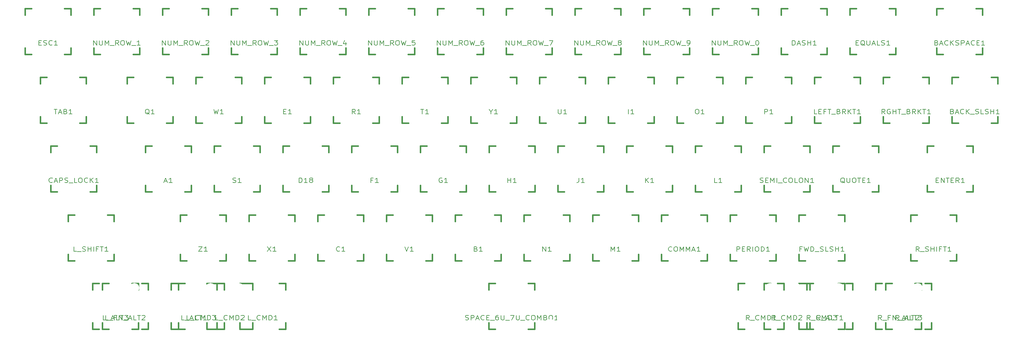
<source format=gto>
G04 #@! TF.FileFunction,Legend,Top*
%FSLAX46Y46*%
G04 Gerber Fmt 4.6, Leading zero omitted, Abs format (unit mm)*
G04 Created by KiCad (PCBNEW (2015-10-16 BZR 6271)-product) date Sunday, March 05, 2017 'AMt' 10:42:39 AM*
%MOMM*%
G01*
G04 APERTURE LIST*
%ADD10C,0.100000*%
%ADD11C,0.381000*%
%ADD12C,0.203200*%
%ADD13R,2.152600X2.152600*%
%ADD14C,2.152600*%
%ADD15R,1.924000X1.924000*%
%ADD16C,1.924000*%
%ADD17C,2.686000*%
%ADD18C,2.051000*%
%ADD19R,2.051000X2.051000*%
G04 APERTURE END LIST*
D10*
D11*
X26987500Y-31750000D02*
X28765500Y-31750000D01*
X37909500Y-31750000D02*
X39687500Y-31750000D01*
X39687500Y-31750000D02*
X39687500Y-33528000D01*
X39687500Y-42672000D02*
X39687500Y-44450000D01*
X39687500Y-44450000D02*
X37909500Y-44450000D01*
X28765500Y-44450000D02*
X26987500Y-44450000D01*
X26987500Y-44450000D02*
X26987500Y-42672000D01*
X26987500Y-33528000D02*
X26987500Y-31750000D01*
X112850000Y-50825000D02*
X114628000Y-50825000D01*
X123772000Y-50825000D02*
X125550000Y-50825000D01*
X125550000Y-50825000D02*
X125550000Y-52603000D01*
X125550000Y-61747000D02*
X125550000Y-63525000D01*
X125550000Y-63525000D02*
X123772000Y-63525000D01*
X114628000Y-63525000D02*
X112850000Y-63525000D01*
X112850000Y-63525000D02*
X112850000Y-61747000D01*
X112850000Y-52603000D02*
X112850000Y-50825000D01*
X246300000Y6350000D02*
X248078000Y6350000D01*
X257222000Y6350000D02*
X259000000Y6350000D01*
X259000000Y6350000D02*
X259000000Y4572000D01*
X259000000Y-4572000D02*
X259000000Y-6350000D01*
X259000000Y-6350000D02*
X257222000Y-6350000D01*
X248078000Y-6350000D02*
X246300000Y-6350000D01*
X246300000Y-6350000D02*
X246300000Y-4572000D01*
X246300000Y4572000D02*
X246300000Y6350000D01*
X74750000Y-50825000D02*
X76528000Y-50825000D01*
X85672000Y-50825000D02*
X87450000Y-50825000D01*
X87450000Y-50825000D02*
X87450000Y-52603000D01*
X87450000Y-61747000D02*
X87450000Y-63525000D01*
X87450000Y-63525000D02*
X85672000Y-63525000D01*
X76528000Y-63525000D02*
X74750000Y-63525000D01*
X74750000Y-63525000D02*
X74750000Y-61747000D01*
X74750000Y-52603000D02*
X74750000Y-50825000D01*
X793750Y-31750000D02*
X2571750Y-31750000D01*
X11715750Y-31750000D02*
X13493750Y-31750000D01*
X13493750Y-31750000D02*
X13493750Y-33528000D01*
X13493750Y-42672000D02*
X13493750Y-44450000D01*
X13493750Y-44450000D02*
X11715750Y-44450000D01*
X2571750Y-44450000D02*
X793750Y-44450000D01*
X793750Y-44450000D02*
X793750Y-42672000D01*
X793750Y-33528000D02*
X793750Y-31750000D01*
X170000000Y-50825000D02*
X171778000Y-50825000D01*
X180922000Y-50825000D02*
X182700000Y-50825000D01*
X182700000Y-50825000D02*
X182700000Y-52603000D01*
X182700000Y-61747000D02*
X182700000Y-63525000D01*
X182700000Y-63525000D02*
X180922000Y-63525000D01*
X171778000Y-63525000D02*
X170000000Y-63525000D01*
X170000000Y-63525000D02*
X170000000Y-61747000D01*
X170000000Y-52603000D02*
X170000000Y-50825000D01*
X65087500Y-31750000D02*
X66865500Y-31750000D01*
X76009500Y-31750000D02*
X77787500Y-31750000D01*
X77787500Y-31750000D02*
X77787500Y-33528000D01*
X77787500Y-42672000D02*
X77787500Y-44450000D01*
X77787500Y-44450000D02*
X76009500Y-44450000D01*
X66865500Y-44450000D02*
X65087500Y-44450000D01*
X65087500Y-44450000D02*
X65087500Y-42672000D01*
X65087500Y-33528000D02*
X65087500Y-31750000D01*
X203200000Y6350000D02*
X204978000Y6350000D01*
X214122000Y6350000D02*
X215900000Y6350000D01*
X215900000Y6350000D02*
X215900000Y4572000D01*
X215900000Y-4572000D02*
X215900000Y-6350000D01*
X215900000Y-6350000D02*
X214122000Y-6350000D01*
X204978000Y-6350000D02*
X203200000Y-6350000D01*
X203200000Y-6350000D02*
X203200000Y-4572000D01*
X203200000Y4572000D02*
X203200000Y6350000D01*
X60007600Y-12700000D02*
X61785600Y-12700000D01*
X70929600Y-12700000D02*
X72707600Y-12700000D01*
X72707600Y-12700000D02*
X72707600Y-14478000D01*
X72707600Y-23622000D02*
X72707600Y-25400000D01*
X72707600Y-25400000D02*
X70929600Y-25400000D01*
X61785600Y-25400000D02*
X60007600Y-25400000D01*
X60007600Y-25400000D02*
X60007600Y-23622000D01*
X60007600Y-14478000D02*
X60007600Y-12700000D01*
X243681250Y-31750000D02*
X245459250Y-31750000D01*
X254603250Y-31750000D02*
X256381250Y-31750000D01*
X256381250Y-31750000D02*
X256381250Y-33528000D01*
X256381250Y-42672000D02*
X256381250Y-44450000D01*
X256381250Y-44450000D02*
X254603250Y-44450000D01*
X245459250Y-44450000D02*
X243681250Y-44450000D01*
X243681250Y-44450000D02*
X243681250Y-42672000D01*
X243681250Y-33528000D02*
X243681250Y-31750000D01*
X222250000Y6350000D02*
X224028000Y6350000D01*
X233172000Y6350000D02*
X234950000Y6350000D01*
X234950000Y6350000D02*
X234950000Y4572000D01*
X234950000Y-4572000D02*
X234950000Y-6350000D01*
X234950000Y-6350000D02*
X233172000Y-6350000D01*
X224028000Y-6350000D02*
X222250000Y-6350000D01*
X222250000Y-6350000D02*
X222250000Y-4572000D01*
X222250000Y4572000D02*
X222250000Y6350000D01*
X-6350000Y6350000D02*
X-4572000Y6350000D01*
X4572000Y6350000D02*
X6350000Y6350000D01*
X6350000Y6350000D02*
X6350000Y4572000D01*
X6350000Y-4572000D02*
X6350000Y-6350000D01*
X6350000Y-6350000D02*
X4572000Y-6350000D01*
X-4572000Y-6350000D02*
X-6350000Y-6350000D01*
X-6350000Y-6350000D02*
X-6350000Y-4572000D01*
X-6350000Y4572000D02*
X-6350000Y6350000D01*
X84137500Y-31750000D02*
X85915500Y-31750000D01*
X95059500Y-31750000D02*
X96837500Y-31750000D01*
X96837500Y-31750000D02*
X96837500Y-33528000D01*
X96837500Y-42672000D02*
X96837500Y-44450000D01*
X96837500Y-44450000D02*
X95059500Y-44450000D01*
X85915500Y-44450000D02*
X84137500Y-44450000D01*
X84137500Y-44450000D02*
X84137500Y-42672000D01*
X84137500Y-33528000D02*
X84137500Y-31750000D01*
X250507600Y-12700000D02*
X252285600Y-12700000D01*
X261429600Y-12700000D02*
X263207600Y-12700000D01*
X263207600Y-12700000D02*
X263207600Y-14478000D01*
X263207600Y-23622000D02*
X263207600Y-25400000D01*
X263207600Y-25400000D02*
X261429600Y-25400000D01*
X252285600Y-25400000D02*
X250507600Y-25400000D01*
X250507600Y-25400000D02*
X250507600Y-23622000D01*
X250507600Y-14478000D02*
X250507600Y-12700000D01*
X208100000Y-50825000D02*
X209878000Y-50825000D01*
X219022000Y-50825000D02*
X220800000Y-50825000D01*
X220800000Y-50825000D02*
X220800000Y-52603000D01*
X220800000Y-61747000D02*
X220800000Y-63525000D01*
X220800000Y-63525000D02*
X219022000Y-63525000D01*
X209878000Y-63525000D02*
X208100000Y-63525000D01*
X208100000Y-63525000D02*
X208100000Y-61747000D01*
X208100000Y-52603000D02*
X208100000Y-50825000D01*
X103187500Y-31750000D02*
X104965500Y-31750000D01*
X114109500Y-31750000D02*
X115887500Y-31750000D01*
X115887500Y-31750000D02*
X115887500Y-33528000D01*
X115887500Y-42672000D02*
X115887500Y-44450000D01*
X115887500Y-44450000D02*
X114109500Y-44450000D01*
X104965500Y-44450000D02*
X103187500Y-44450000D01*
X103187500Y-44450000D02*
X103187500Y-42672000D01*
X103187500Y-33528000D02*
X103187500Y-31750000D01*
X122237500Y-31750000D02*
X124015500Y-31750000D01*
X133159500Y-31750000D02*
X134937500Y-31750000D01*
X134937500Y-31750000D02*
X134937500Y-33528000D01*
X134937500Y-42672000D02*
X134937500Y-44450000D01*
X134937500Y-44450000D02*
X133159500Y-44450000D01*
X124015500Y-44450000D02*
X122237500Y-44450000D01*
X122237500Y-44450000D02*
X122237500Y-42672000D01*
X122237500Y-33528000D02*
X122237500Y-31750000D01*
X155257600Y-12700000D02*
X157035600Y-12700000D01*
X166179600Y-12700000D02*
X167957600Y-12700000D01*
X167957600Y-12700000D02*
X167957600Y-14478000D01*
X167957600Y-23622000D02*
X167957600Y-25400000D01*
X167957600Y-25400000D02*
X166179600Y-25400000D01*
X157035600Y-25400000D02*
X155257600Y-25400000D01*
X155257600Y-25400000D02*
X155257600Y-23622000D01*
X155257600Y-14478000D02*
X155257600Y-12700000D01*
X141287500Y-31750000D02*
X143065500Y-31750000D01*
X152209500Y-31750000D02*
X153987500Y-31750000D01*
X153987500Y-31750000D02*
X153987500Y-33528000D01*
X153987500Y-42672000D02*
X153987500Y-44450000D01*
X153987500Y-44450000D02*
X152209500Y-44450000D01*
X143065500Y-44450000D02*
X141287500Y-44450000D01*
X141287500Y-44450000D02*
X141287500Y-42672000D01*
X141287500Y-33528000D02*
X141287500Y-31750000D01*
X160337500Y-31750000D02*
X162115500Y-31750000D01*
X171259500Y-31750000D02*
X173037500Y-31750000D01*
X173037500Y-31750000D02*
X173037500Y-33528000D01*
X173037500Y-42672000D02*
X173037500Y-44450000D01*
X173037500Y-44450000D02*
X171259500Y-44450000D01*
X162115500Y-44450000D02*
X160337500Y-44450000D01*
X160337500Y-44450000D02*
X160337500Y-42672000D01*
X160337500Y-33528000D02*
X160337500Y-31750000D01*
X179387500Y-31750000D02*
X181165500Y-31750000D01*
X190309500Y-31750000D02*
X192087500Y-31750000D01*
X192087500Y-31750000D02*
X192087500Y-33528000D01*
X192087500Y-42672000D02*
X192087500Y-44450000D01*
X192087500Y-44450000D02*
X190309500Y-44450000D01*
X181165500Y-44450000D02*
X179387500Y-44450000D01*
X179387500Y-44450000D02*
X179387500Y-42672000D01*
X179387500Y-33528000D02*
X179387500Y-31750000D01*
X212407600Y-12700000D02*
X214185600Y-12700000D01*
X223329600Y-12700000D02*
X225107600Y-12700000D01*
X225107600Y-12700000D02*
X225107600Y-14478000D01*
X225107600Y-23622000D02*
X225107600Y-25400000D01*
X225107600Y-25400000D02*
X223329600Y-25400000D01*
X214185600Y-25400000D02*
X212407600Y-25400000D01*
X212407600Y-25400000D02*
X212407600Y-23622000D01*
X212407600Y-14478000D02*
X212407600Y-12700000D01*
X34131200Y-69850000D02*
X35909200Y-69850000D01*
X45053200Y-69850000D02*
X46831200Y-69850000D01*
X46831200Y-69850000D02*
X46831200Y-71628000D01*
X46831200Y-80772000D02*
X46831200Y-82550000D01*
X46831200Y-82550000D02*
X45053200Y-82550000D01*
X35909200Y-82550000D02*
X34131200Y-82550000D01*
X34131200Y-82550000D02*
X34131200Y-80772000D01*
X34131200Y-71628000D02*
X34131200Y-69850000D01*
X12350000Y-69850000D02*
X14128000Y-69850000D01*
X23272000Y-69850000D02*
X25050000Y-69850000D01*
X25050000Y-69850000D02*
X25050000Y-71628000D01*
X25050000Y-80772000D02*
X25050000Y-82550000D01*
X25050000Y-82550000D02*
X23272000Y-82550000D01*
X14128000Y-82550000D02*
X12350000Y-82550000D01*
X12350000Y-82550000D02*
X12350000Y-80772000D01*
X12350000Y-71628000D02*
X12350000Y-69850000D01*
X53181200Y-69850000D02*
X54959200Y-69850000D01*
X64103200Y-69850000D02*
X65881200Y-69850000D01*
X65881200Y-69850000D02*
X65881200Y-71628000D01*
X65881200Y-80772000D02*
X65881200Y-82550000D01*
X65881200Y-82550000D02*
X64103200Y-82550000D01*
X54959200Y-82550000D02*
X53181200Y-82550000D01*
X53181200Y-82550000D02*
X53181200Y-80772000D01*
X53181200Y-71628000D02*
X53181200Y-69850000D01*
X44025000Y-69850000D02*
X45803000Y-69850000D01*
X54947000Y-69850000D02*
X56725000Y-69850000D01*
X56725000Y-69850000D02*
X56725000Y-71628000D01*
X56725000Y-80772000D02*
X56725000Y-82550000D01*
X56725000Y-82550000D02*
X54947000Y-82550000D01*
X45803000Y-82550000D02*
X44025000Y-82550000D01*
X44025000Y-82550000D02*
X44025000Y-80772000D01*
X44025000Y-71628000D02*
X44025000Y-69850000D01*
X36150000Y-69850000D02*
X37928000Y-69850000D01*
X47072000Y-69850000D02*
X48850000Y-69850000D01*
X48850000Y-69850000D02*
X48850000Y-71628000D01*
X48850000Y-80772000D02*
X48850000Y-82550000D01*
X48850000Y-82550000D02*
X47072000Y-82550000D01*
X37928000Y-82550000D02*
X36150000Y-82550000D01*
X36150000Y-82550000D02*
X36150000Y-80772000D01*
X36150000Y-71628000D02*
X36150000Y-69850000D01*
X15081200Y-69850000D02*
X16859200Y-69850000D01*
X26003200Y-69850000D02*
X27781200Y-69850000D01*
X27781200Y-69850000D02*
X27781200Y-71628000D01*
X27781200Y-80772000D02*
X27781200Y-82550000D01*
X27781200Y-82550000D02*
X26003200Y-82550000D01*
X16859200Y-82550000D02*
X15081200Y-82550000D01*
X15081200Y-82550000D02*
X15081200Y-80772000D01*
X15081200Y-71628000D02*
X15081200Y-69850000D01*
X5550000Y-50825000D02*
X7328000Y-50825000D01*
X16472000Y-50825000D02*
X18250000Y-50825000D01*
X18250000Y-50825000D02*
X18250000Y-52603000D01*
X18250000Y-61747000D02*
X18250000Y-63525000D01*
X18250000Y-63525000D02*
X16472000Y-63525000D01*
X7328000Y-63525000D02*
X5550000Y-63525000D01*
X5550000Y-63525000D02*
X5550000Y-61747000D01*
X5550000Y-52603000D02*
X5550000Y-50825000D01*
X150950000Y-50825000D02*
X152728000Y-50825000D01*
X161872000Y-50825000D02*
X163650000Y-50825000D01*
X163650000Y-50825000D02*
X163650000Y-52603000D01*
X163650000Y-61747000D02*
X163650000Y-63525000D01*
X163650000Y-63525000D02*
X161872000Y-63525000D01*
X152728000Y-63525000D02*
X150950000Y-63525000D01*
X150950000Y-63525000D02*
X150950000Y-61747000D01*
X150950000Y-52603000D02*
X150950000Y-50825000D01*
X131900000Y-50825000D02*
X133678000Y-50825000D01*
X142822000Y-50825000D02*
X144600000Y-50825000D01*
X144600000Y-50825000D02*
X144600000Y-52603000D01*
X144600000Y-61747000D02*
X144600000Y-63525000D01*
X144600000Y-63525000D02*
X142822000Y-63525000D01*
X133678000Y-63525000D02*
X131900000Y-63525000D01*
X131900000Y-63525000D02*
X131900000Y-61747000D01*
X131900000Y-52603000D02*
X131900000Y-50825000D01*
X184150000Y6350000D02*
X185928000Y6350000D01*
X195072000Y6350000D02*
X196850000Y6350000D01*
X196850000Y6350000D02*
X196850000Y4572000D01*
X196850000Y-4572000D02*
X196850000Y-6350000D01*
X196850000Y-6350000D02*
X195072000Y-6350000D01*
X185928000Y-6350000D02*
X184150000Y-6350000D01*
X184150000Y-6350000D02*
X184150000Y-4572000D01*
X184150000Y4572000D02*
X184150000Y6350000D01*
X12700000Y6350000D02*
X14478000Y6350000D01*
X23622000Y6350000D02*
X25400000Y6350000D01*
X25400000Y6350000D02*
X25400000Y4572000D01*
X25400000Y-4572000D02*
X25400000Y-6350000D01*
X25400000Y-6350000D02*
X23622000Y-6350000D01*
X14478000Y-6350000D02*
X12700000Y-6350000D01*
X12700000Y-6350000D02*
X12700000Y-4572000D01*
X12700000Y4572000D02*
X12700000Y6350000D01*
X31750000Y6350000D02*
X33528000Y6350000D01*
X42672000Y6350000D02*
X44450000Y6350000D01*
X44450000Y6350000D02*
X44450000Y4572000D01*
X44450000Y-4572000D02*
X44450000Y-6350000D01*
X44450000Y-6350000D02*
X42672000Y-6350000D01*
X33528000Y-6350000D02*
X31750000Y-6350000D01*
X31750000Y-6350000D02*
X31750000Y-4572000D01*
X31750000Y4572000D02*
X31750000Y6350000D01*
X50800000Y6350000D02*
X52578000Y6350000D01*
X61722000Y6350000D02*
X63500000Y6350000D01*
X63500000Y6350000D02*
X63500000Y4572000D01*
X63500000Y-4572000D02*
X63500000Y-6350000D01*
X63500000Y-6350000D02*
X61722000Y-6350000D01*
X52578000Y-6350000D02*
X50800000Y-6350000D01*
X50800000Y-6350000D02*
X50800000Y-4572000D01*
X50800000Y4572000D02*
X50800000Y6350000D01*
X69850000Y6350000D02*
X71628000Y6350000D01*
X80772000Y6350000D02*
X82550000Y6350000D01*
X82550000Y6350000D02*
X82550000Y4572000D01*
X82550000Y-4572000D02*
X82550000Y-6350000D01*
X82550000Y-6350000D02*
X80772000Y-6350000D01*
X71628000Y-6350000D02*
X69850000Y-6350000D01*
X69850000Y-6350000D02*
X69850000Y-4572000D01*
X69850000Y4572000D02*
X69850000Y6350000D01*
X88900000Y6350000D02*
X90678000Y6350000D01*
X99822000Y6350000D02*
X101600000Y6350000D01*
X101600000Y6350000D02*
X101600000Y4572000D01*
X101600000Y-4572000D02*
X101600000Y-6350000D01*
X101600000Y-6350000D02*
X99822000Y-6350000D01*
X90678000Y-6350000D02*
X88900000Y-6350000D01*
X88900000Y-6350000D02*
X88900000Y-4572000D01*
X88900000Y4572000D02*
X88900000Y6350000D01*
X107950000Y6350000D02*
X109728000Y6350000D01*
X118872000Y6350000D02*
X120650000Y6350000D01*
X120650000Y6350000D02*
X120650000Y4572000D01*
X120650000Y-4572000D02*
X120650000Y-6350000D01*
X120650000Y-6350000D02*
X118872000Y-6350000D01*
X109728000Y-6350000D02*
X107950000Y-6350000D01*
X107950000Y-6350000D02*
X107950000Y-4572000D01*
X107950000Y4572000D02*
X107950000Y6350000D01*
X127000000Y6350000D02*
X128778000Y6350000D01*
X137922000Y6350000D02*
X139700000Y6350000D01*
X139700000Y6350000D02*
X139700000Y4572000D01*
X139700000Y-4572000D02*
X139700000Y-6350000D01*
X139700000Y-6350000D02*
X137922000Y-6350000D01*
X128778000Y-6350000D02*
X127000000Y-6350000D01*
X127000000Y-6350000D02*
X127000000Y-4572000D01*
X127000000Y4572000D02*
X127000000Y6350000D01*
X146050000Y6350000D02*
X147828000Y6350000D01*
X156972000Y6350000D02*
X158750000Y6350000D01*
X158750000Y6350000D02*
X158750000Y4572000D01*
X158750000Y-4572000D02*
X158750000Y-6350000D01*
X158750000Y-6350000D02*
X156972000Y-6350000D01*
X147828000Y-6350000D02*
X146050000Y-6350000D01*
X146050000Y-6350000D02*
X146050000Y-4572000D01*
X146050000Y4572000D02*
X146050000Y6350000D01*
X165100000Y6350000D02*
X166878000Y6350000D01*
X176022000Y6350000D02*
X177800000Y6350000D01*
X177800000Y6350000D02*
X177800000Y4572000D01*
X177800000Y-4572000D02*
X177800000Y-6350000D01*
X177800000Y-6350000D02*
X176022000Y-6350000D01*
X166878000Y-6350000D02*
X165100000Y-6350000D01*
X165100000Y-6350000D02*
X165100000Y-4572000D01*
X165100000Y4572000D02*
X165100000Y6350000D01*
X174307600Y-12700000D02*
X176085600Y-12700000D01*
X185229600Y-12700000D02*
X187007600Y-12700000D01*
X187007600Y-12700000D02*
X187007600Y-14478000D01*
X187007600Y-23622000D02*
X187007600Y-25400000D01*
X187007600Y-25400000D02*
X185229600Y-25400000D01*
X176085600Y-25400000D02*
X174307600Y-25400000D01*
X174307600Y-25400000D02*
X174307600Y-23622000D01*
X174307600Y-14478000D02*
X174307600Y-12700000D01*
X193357600Y-12700000D02*
X195135600Y-12700000D01*
X204279600Y-12700000D02*
X206057600Y-12700000D01*
X206057600Y-12700000D02*
X206057600Y-14478000D01*
X206057600Y-23622000D02*
X206057600Y-25400000D01*
X206057600Y-25400000D02*
X204279600Y-25400000D01*
X195135600Y-25400000D02*
X193357600Y-25400000D01*
X193357600Y-25400000D02*
X193357600Y-23622000D01*
X193357600Y-14478000D02*
X193357600Y-12700000D01*
X189050000Y-50825000D02*
X190828000Y-50825000D01*
X199972000Y-50825000D02*
X201750000Y-50825000D01*
X201750000Y-50825000D02*
X201750000Y-52603000D01*
X201750000Y-61747000D02*
X201750000Y-63525000D01*
X201750000Y-63525000D02*
X199972000Y-63525000D01*
X190828000Y-63525000D02*
X189050000Y-63525000D01*
X189050000Y-63525000D02*
X189050000Y-61747000D01*
X189050000Y-52603000D02*
X189050000Y-50825000D01*
X21907600Y-12700000D02*
X23685600Y-12700000D01*
X32829600Y-12700000D02*
X34607600Y-12700000D01*
X34607600Y-12700000D02*
X34607600Y-14478000D01*
X34607600Y-23622000D02*
X34607600Y-25400000D01*
X34607600Y-25400000D02*
X32829600Y-25400000D01*
X23685600Y-25400000D02*
X21907600Y-25400000D01*
X21907600Y-25400000D02*
X21907600Y-23622000D01*
X21907600Y-14478000D02*
X21907600Y-12700000D01*
X217487500Y-31750000D02*
X219265500Y-31750000D01*
X228409500Y-31750000D02*
X230187500Y-31750000D01*
X230187500Y-31750000D02*
X230187500Y-33528000D01*
X230187500Y-42672000D02*
X230187500Y-44450000D01*
X230187500Y-44450000D02*
X228409500Y-44450000D01*
X219265500Y-44450000D02*
X217487500Y-44450000D01*
X217487500Y-44450000D02*
X217487500Y-42672000D01*
X217487500Y-33528000D02*
X217487500Y-31750000D01*
X79057600Y-12700000D02*
X80835600Y-12700000D01*
X89979600Y-12700000D02*
X91757600Y-12700000D01*
X91757600Y-12700000D02*
X91757600Y-14478000D01*
X91757600Y-23622000D02*
X91757600Y-25400000D01*
X91757600Y-25400000D02*
X89979600Y-25400000D01*
X80835600Y-25400000D02*
X79057600Y-25400000D01*
X79057600Y-25400000D02*
X79057600Y-23622000D01*
X79057600Y-14478000D02*
X79057600Y-12700000D01*
X231457600Y-12700000D02*
X233235600Y-12700000D01*
X242379600Y-12700000D02*
X244157600Y-12700000D01*
X244157600Y-12700000D02*
X244157600Y-14478000D01*
X244157600Y-23622000D02*
X244157600Y-25400000D01*
X244157600Y-25400000D02*
X242379600Y-25400000D01*
X233235600Y-25400000D02*
X231457600Y-25400000D01*
X231457600Y-25400000D02*
X231457600Y-23622000D01*
X231457600Y-14478000D02*
X231457600Y-12700000D01*
X210343700Y-69850000D02*
X212121700Y-69850000D01*
X221265700Y-69850000D02*
X223043700Y-69850000D01*
X223043700Y-69850000D02*
X223043700Y-71628000D01*
X223043700Y-80772000D02*
X223043700Y-82550000D01*
X223043700Y-82550000D02*
X221265700Y-82550000D01*
X212121700Y-82550000D02*
X210343700Y-82550000D01*
X210343700Y-82550000D02*
X210343700Y-80772000D01*
X210343700Y-71628000D02*
X210343700Y-69850000D01*
X232170000Y-69850000D02*
X233948000Y-69850000D01*
X243092000Y-69850000D02*
X244870000Y-69850000D01*
X244870000Y-69850000D02*
X244870000Y-71628000D01*
X244870000Y-80772000D02*
X244870000Y-82550000D01*
X244870000Y-82550000D02*
X243092000Y-82550000D01*
X233948000Y-82550000D02*
X232170000Y-82550000D01*
X232170000Y-82550000D02*
X232170000Y-80772000D01*
X232170000Y-71628000D02*
X232170000Y-69850000D01*
X191250000Y-69850000D02*
X193028000Y-69850000D01*
X202172000Y-69850000D02*
X203950000Y-69850000D01*
X203950000Y-69850000D02*
X203950000Y-71628000D01*
X203950000Y-80772000D02*
X203950000Y-82550000D01*
X203950000Y-82550000D02*
X202172000Y-82550000D01*
X193028000Y-82550000D02*
X191250000Y-82550000D01*
X191250000Y-82550000D02*
X191250000Y-80772000D01*
X191250000Y-71628000D02*
X191250000Y-69850000D01*
X198437500Y-69850000D02*
X200215500Y-69850000D01*
X209359500Y-69850000D02*
X211137500Y-69850000D01*
X211137500Y-69850000D02*
X211137500Y-71628000D01*
X211137500Y-80772000D02*
X211137500Y-82550000D01*
X211137500Y-82550000D02*
X209359500Y-82550000D01*
X200215500Y-82550000D02*
X198437500Y-82550000D01*
X198437500Y-82550000D02*
X198437500Y-80772000D01*
X198437500Y-71628000D02*
X198437500Y-69850000D01*
X208120000Y-69850000D02*
X209898000Y-69850000D01*
X219042000Y-69850000D02*
X220820000Y-69850000D01*
X220820000Y-69850000D02*
X220820000Y-71628000D01*
X220820000Y-80772000D02*
X220820000Y-82550000D01*
X220820000Y-82550000D02*
X219042000Y-82550000D01*
X209898000Y-82550000D02*
X208120000Y-82550000D01*
X208120000Y-82550000D02*
X208120000Y-80772000D01*
X208120000Y-71628000D02*
X208120000Y-69850000D01*
X229393700Y-69850000D02*
X231171700Y-69850000D01*
X240315700Y-69850000D02*
X242093700Y-69850000D01*
X242093700Y-69850000D02*
X242093700Y-71628000D01*
X242093700Y-80772000D02*
X242093700Y-82550000D01*
X242093700Y-82550000D02*
X240315700Y-82550000D01*
X231171700Y-82550000D02*
X229393700Y-82550000D01*
X229393700Y-82550000D02*
X229393700Y-80772000D01*
X229393700Y-71628000D02*
X229393700Y-69850000D01*
X239050000Y-50825000D02*
X240828000Y-50825000D01*
X249972000Y-50825000D02*
X251750000Y-50825000D01*
X251750000Y-50825000D02*
X251750000Y-52603000D01*
X251750000Y-61747000D02*
X251750000Y-63525000D01*
X251750000Y-63525000D02*
X249972000Y-63525000D01*
X240828000Y-63525000D02*
X239050000Y-63525000D01*
X239050000Y-63525000D02*
X239050000Y-61747000D01*
X239050000Y-52603000D02*
X239050000Y-50825000D01*
X46037500Y-31750000D02*
X47815500Y-31750000D01*
X56959500Y-31750000D02*
X58737500Y-31750000D01*
X58737500Y-31750000D02*
X58737500Y-33528000D01*
X58737500Y-42672000D02*
X58737500Y-44450000D01*
X58737500Y-44450000D02*
X56959500Y-44450000D01*
X47815500Y-44450000D02*
X46037500Y-44450000D01*
X46037500Y-44450000D02*
X46037500Y-42672000D01*
X46037500Y-33528000D02*
X46037500Y-31750000D01*
X198437500Y-31750000D02*
X200215500Y-31750000D01*
X209359500Y-31750000D02*
X211137500Y-31750000D01*
X211137500Y-31750000D02*
X211137500Y-33528000D01*
X211137500Y-42672000D02*
X211137500Y-44450000D01*
X211137500Y-44450000D02*
X209359500Y-44450000D01*
X200215500Y-44450000D02*
X198437500Y-44450000D01*
X198437500Y-44450000D02*
X198437500Y-42672000D01*
X198437500Y-33528000D02*
X198437500Y-31750000D01*
X122150000Y-69850000D02*
X123928000Y-69850000D01*
X133072000Y-69850000D02*
X134850000Y-69850000D01*
X134850000Y-69850000D02*
X134850000Y-71628000D01*
X134850000Y-80772000D02*
X134850000Y-82550000D01*
X134850000Y-82550000D02*
X133072000Y-82550000D01*
X123928000Y-82550000D02*
X122150000Y-82550000D01*
X122150000Y-82550000D02*
X122150000Y-80772000D01*
X122150000Y-71628000D02*
X122150000Y-69850000D01*
X98107600Y-12700000D02*
X99885600Y-12700000D01*
X109029600Y-12700000D02*
X110807600Y-12700000D01*
X110807600Y-12700000D02*
X110807600Y-14478000D01*
X110807600Y-23622000D02*
X110807600Y-25400000D01*
X110807600Y-25400000D02*
X109029600Y-25400000D01*
X99885600Y-25400000D02*
X98107600Y-25400000D01*
X98107600Y-25400000D02*
X98107600Y-23622000D01*
X98107600Y-14478000D02*
X98107600Y-12700000D01*
X-2092400Y-12700000D02*
X-314400Y-12700000D01*
X8829600Y-12700000D02*
X10607600Y-12700000D01*
X10607600Y-12700000D02*
X10607600Y-14478000D01*
X10607600Y-23622000D02*
X10607600Y-25400000D01*
X10607600Y-25400000D02*
X8829600Y-25400000D01*
X-314400Y-25400000D02*
X-2092400Y-25400000D01*
X-2092400Y-25400000D02*
X-2092400Y-23622000D01*
X-2092400Y-14478000D02*
X-2092400Y-12700000D01*
X136207600Y-12700000D02*
X137985600Y-12700000D01*
X147129600Y-12700000D02*
X148907600Y-12700000D01*
X148907600Y-12700000D02*
X148907600Y-14478000D01*
X148907600Y-23622000D02*
X148907600Y-25400000D01*
X148907600Y-25400000D02*
X147129600Y-25400000D01*
X137985600Y-25400000D02*
X136207600Y-25400000D01*
X136207600Y-25400000D02*
X136207600Y-23622000D01*
X136207600Y-14478000D02*
X136207600Y-12700000D01*
X93800000Y-50825000D02*
X95578000Y-50825000D01*
X104722000Y-50825000D02*
X106500000Y-50825000D01*
X106500000Y-50825000D02*
X106500000Y-52603000D01*
X106500000Y-61747000D02*
X106500000Y-63525000D01*
X106500000Y-63525000D02*
X104722000Y-63525000D01*
X95578000Y-63525000D02*
X93800000Y-63525000D01*
X93800000Y-63525000D02*
X93800000Y-61747000D01*
X93800000Y-52603000D02*
X93800000Y-50825000D01*
X40957600Y-12700000D02*
X42735600Y-12700000D01*
X51879600Y-12700000D02*
X53657600Y-12700000D01*
X53657600Y-12700000D02*
X53657600Y-14478000D01*
X53657600Y-23622000D02*
X53657600Y-25400000D01*
X53657600Y-25400000D02*
X51879600Y-25400000D01*
X42735600Y-25400000D02*
X40957600Y-25400000D01*
X40957600Y-25400000D02*
X40957600Y-23622000D01*
X40957600Y-14478000D02*
X40957600Y-12700000D01*
X55700000Y-50825000D02*
X57478000Y-50825000D01*
X66622000Y-50825000D02*
X68400000Y-50825000D01*
X68400000Y-50825000D02*
X68400000Y-52603000D01*
X68400000Y-61747000D02*
X68400000Y-63525000D01*
X68400000Y-63525000D02*
X66622000Y-63525000D01*
X57478000Y-63525000D02*
X55700000Y-63525000D01*
X55700000Y-63525000D02*
X55700000Y-61747000D01*
X55700000Y-52603000D02*
X55700000Y-50825000D01*
X117157600Y-12700000D02*
X118935600Y-12700000D01*
X128079600Y-12700000D02*
X129857600Y-12700000D01*
X129857600Y-12700000D02*
X129857600Y-14478000D01*
X129857600Y-23622000D02*
X129857600Y-25400000D01*
X129857600Y-25400000D02*
X128079600Y-25400000D01*
X118935600Y-25400000D02*
X117157600Y-25400000D01*
X117157600Y-25400000D02*
X117157600Y-23622000D01*
X117157600Y-14478000D02*
X117157600Y-12700000D01*
X36650000Y-50825000D02*
X38428000Y-50825000D01*
X47572000Y-50825000D02*
X49350000Y-50825000D01*
X49350000Y-50825000D02*
X49350000Y-52603000D01*
X49350000Y-61747000D02*
X49350000Y-63525000D01*
X49350000Y-63525000D02*
X47572000Y-63525000D01*
X38428000Y-63525000D02*
X36650000Y-63525000D01*
X36650000Y-63525000D02*
X36650000Y-61747000D01*
X36650000Y-52603000D02*
X36650000Y-50825000D01*
D12*
X32248929Y-41486667D02*
X32974643Y-41486667D01*
X32103786Y-41849524D02*
X32611786Y-40579524D01*
X33119786Y-41849524D01*
X34426072Y-41849524D02*
X33555215Y-41849524D01*
X33990643Y-41849524D02*
X33990643Y-40579524D01*
X33845500Y-40760952D01*
X33700358Y-40881905D01*
X33555215Y-40942381D01*
X118583143Y-60259286D02*
X118800857Y-60319762D01*
X118873429Y-60380238D01*
X118946000Y-60501190D01*
X118946000Y-60682619D01*
X118873429Y-60803571D01*
X118800857Y-60864048D01*
X118655715Y-60924524D01*
X118075143Y-60924524D01*
X118075143Y-59654524D01*
X118583143Y-59654524D01*
X118728286Y-59715000D01*
X118800857Y-59775476D01*
X118873429Y-59896429D01*
X118873429Y-60017381D01*
X118800857Y-60138333D01*
X118728286Y-60198810D01*
X118583143Y-60259286D01*
X118075143Y-60259286D01*
X120397429Y-60924524D02*
X119526572Y-60924524D01*
X119962000Y-60924524D02*
X119962000Y-59654524D01*
X119816857Y-59835952D01*
X119671715Y-59956905D01*
X119526572Y-60017381D01*
X246263714Y-3084286D02*
X246481428Y-3144762D01*
X246554000Y-3205238D01*
X246626571Y-3326190D01*
X246626571Y-3507619D01*
X246554000Y-3628571D01*
X246481428Y-3689048D01*
X246336286Y-3749524D01*
X245755714Y-3749524D01*
X245755714Y-2479524D01*
X246263714Y-2479524D01*
X246408857Y-2540000D01*
X246481428Y-2600476D01*
X246554000Y-2721429D01*
X246554000Y-2842381D01*
X246481428Y-2963333D01*
X246408857Y-3023810D01*
X246263714Y-3084286D01*
X245755714Y-3084286D01*
X247207143Y-3386667D02*
X247932857Y-3386667D01*
X247062000Y-3749524D02*
X247570000Y-2479524D01*
X248078000Y-3749524D01*
X249456857Y-3628571D02*
X249384286Y-3689048D01*
X249166572Y-3749524D01*
X249021429Y-3749524D01*
X248803714Y-3689048D01*
X248658572Y-3568095D01*
X248586000Y-3447143D01*
X248513429Y-3205238D01*
X248513429Y-3023810D01*
X248586000Y-2781905D01*
X248658572Y-2660952D01*
X248803714Y-2540000D01*
X249021429Y-2479524D01*
X249166572Y-2479524D01*
X249384286Y-2540000D01*
X249456857Y-2600476D01*
X250110000Y-3749524D02*
X250110000Y-2479524D01*
X250980857Y-3749524D02*
X250327714Y-3023810D01*
X250980857Y-2479524D02*
X250110000Y-3205238D01*
X251561429Y-3689048D02*
X251779143Y-3749524D01*
X252142000Y-3749524D01*
X252287143Y-3689048D01*
X252359714Y-3628571D01*
X252432286Y-3507619D01*
X252432286Y-3386667D01*
X252359714Y-3265714D01*
X252287143Y-3205238D01*
X252142000Y-3144762D01*
X251851714Y-3084286D01*
X251706572Y-3023810D01*
X251634000Y-2963333D01*
X251561429Y-2842381D01*
X251561429Y-2721429D01*
X251634000Y-2600476D01*
X251706572Y-2540000D01*
X251851714Y-2479524D01*
X252214572Y-2479524D01*
X252432286Y-2540000D01*
X253085429Y-3749524D02*
X253085429Y-2479524D01*
X253666001Y-2479524D01*
X253811143Y-2540000D01*
X253883715Y-2600476D01*
X253956286Y-2721429D01*
X253956286Y-2902857D01*
X253883715Y-3023810D01*
X253811143Y-3084286D01*
X253666001Y-3144762D01*
X253085429Y-3144762D01*
X254536858Y-3386667D02*
X255262572Y-3386667D01*
X254391715Y-3749524D02*
X254899715Y-2479524D01*
X255407715Y-3749524D01*
X256786572Y-3628571D02*
X256714001Y-3689048D01*
X256496287Y-3749524D01*
X256351144Y-3749524D01*
X256133429Y-3689048D01*
X255988287Y-3568095D01*
X255915715Y-3447143D01*
X255843144Y-3205238D01*
X255843144Y-3023810D01*
X255915715Y-2781905D01*
X255988287Y-2660952D01*
X256133429Y-2540000D01*
X256351144Y-2479524D01*
X256496287Y-2479524D01*
X256714001Y-2540000D01*
X256786572Y-2600476D01*
X257439715Y-3084286D02*
X257947715Y-3084286D01*
X258165429Y-3749524D02*
X257439715Y-3749524D01*
X257439715Y-2479524D01*
X258165429Y-2479524D01*
X259616858Y-3749524D02*
X258746001Y-3749524D01*
X259181429Y-3749524D02*
X259181429Y-2479524D01*
X259036286Y-2660952D01*
X258891144Y-2781905D01*
X258746001Y-2842381D01*
X80846000Y-60803571D02*
X80773429Y-60864048D01*
X80555715Y-60924524D01*
X80410572Y-60924524D01*
X80192857Y-60864048D01*
X80047715Y-60743095D01*
X79975143Y-60622143D01*
X79902572Y-60380238D01*
X79902572Y-60198810D01*
X79975143Y-59956905D01*
X80047715Y-59835952D01*
X80192857Y-59715000D01*
X80410572Y-59654524D01*
X80555715Y-59654524D01*
X80773429Y-59715000D01*
X80846000Y-59775476D01*
X82297429Y-60924524D02*
X81426572Y-60924524D01*
X81862000Y-60924524D02*
X81862000Y-59654524D01*
X81716857Y-59835952D01*
X81571715Y-59956905D01*
X81426572Y-60017381D01*
X1229178Y-41728571D02*
X1156607Y-41789048D01*
X938893Y-41849524D01*
X793750Y-41849524D01*
X576035Y-41789048D01*
X430893Y-41668095D01*
X358321Y-41547143D01*
X285750Y-41305238D01*
X285750Y-41123810D01*
X358321Y-40881905D01*
X430893Y-40760952D01*
X576035Y-40640000D01*
X793750Y-40579524D01*
X938893Y-40579524D01*
X1156607Y-40640000D01*
X1229178Y-40700476D01*
X1809750Y-41486667D02*
X2535464Y-41486667D01*
X1664607Y-41849524D02*
X2172607Y-40579524D01*
X2680607Y-41849524D01*
X3188607Y-41849524D02*
X3188607Y-40579524D01*
X3769179Y-40579524D01*
X3914321Y-40640000D01*
X3986893Y-40700476D01*
X4059464Y-40821429D01*
X4059464Y-41002857D01*
X3986893Y-41123810D01*
X3914321Y-41184286D01*
X3769179Y-41244762D01*
X3188607Y-41244762D01*
X4640036Y-41789048D02*
X4857750Y-41849524D01*
X5220607Y-41849524D01*
X5365750Y-41789048D01*
X5438321Y-41728571D01*
X5510893Y-41607619D01*
X5510893Y-41486667D01*
X5438321Y-41365714D01*
X5365750Y-41305238D01*
X5220607Y-41244762D01*
X4930321Y-41184286D01*
X4785179Y-41123810D01*
X4712607Y-41063333D01*
X4640036Y-40942381D01*
X4640036Y-40821429D01*
X4712607Y-40700476D01*
X4785179Y-40640000D01*
X4930321Y-40579524D01*
X5293179Y-40579524D01*
X5510893Y-40640000D01*
X5801179Y-41970476D02*
X6962322Y-41970476D01*
X8050893Y-41849524D02*
X7325179Y-41849524D01*
X7325179Y-40579524D01*
X8849179Y-40579524D02*
X9139465Y-40579524D01*
X9284607Y-40640000D01*
X9429750Y-40760952D01*
X9502322Y-41002857D01*
X9502322Y-41426190D01*
X9429750Y-41668095D01*
X9284607Y-41789048D01*
X9139465Y-41849524D01*
X8849179Y-41849524D01*
X8704036Y-41789048D01*
X8558893Y-41668095D01*
X8486322Y-41426190D01*
X8486322Y-41002857D01*
X8558893Y-40760952D01*
X8704036Y-40640000D01*
X8849179Y-40579524D01*
X11026321Y-41728571D02*
X10953750Y-41789048D01*
X10736036Y-41849524D01*
X10590893Y-41849524D01*
X10373178Y-41789048D01*
X10228036Y-41668095D01*
X10155464Y-41547143D01*
X10082893Y-41305238D01*
X10082893Y-41123810D01*
X10155464Y-40881905D01*
X10228036Y-40760952D01*
X10373178Y-40640000D01*
X10590893Y-40579524D01*
X10736036Y-40579524D01*
X10953750Y-40640000D01*
X11026321Y-40700476D01*
X11679464Y-41849524D02*
X11679464Y-40579524D01*
X12550321Y-41849524D02*
X11897178Y-41123810D01*
X12550321Y-40579524D02*
X11679464Y-41305238D01*
X14001750Y-41849524D02*
X13130893Y-41849524D01*
X13566321Y-41849524D02*
X13566321Y-40579524D01*
X13421178Y-40760952D01*
X13276036Y-40881905D01*
X13130893Y-40942381D01*
X172902857Y-60803571D02*
X172830286Y-60864048D01*
X172612572Y-60924524D01*
X172467429Y-60924524D01*
X172249714Y-60864048D01*
X172104572Y-60743095D01*
X172032000Y-60622143D01*
X171959429Y-60380238D01*
X171959429Y-60198810D01*
X172032000Y-59956905D01*
X172104572Y-59835952D01*
X172249714Y-59715000D01*
X172467429Y-59654524D01*
X172612572Y-59654524D01*
X172830286Y-59715000D01*
X172902857Y-59775476D01*
X173846286Y-59654524D02*
X174136572Y-59654524D01*
X174281714Y-59715000D01*
X174426857Y-59835952D01*
X174499429Y-60077857D01*
X174499429Y-60501190D01*
X174426857Y-60743095D01*
X174281714Y-60864048D01*
X174136572Y-60924524D01*
X173846286Y-60924524D01*
X173701143Y-60864048D01*
X173556000Y-60743095D01*
X173483429Y-60501190D01*
X173483429Y-60077857D01*
X173556000Y-59835952D01*
X173701143Y-59715000D01*
X173846286Y-59654524D01*
X175152571Y-60924524D02*
X175152571Y-59654524D01*
X175660571Y-60561667D01*
X176168571Y-59654524D01*
X176168571Y-60924524D01*
X176894285Y-60924524D02*
X176894285Y-59654524D01*
X177402285Y-60561667D01*
X177910285Y-59654524D01*
X177910285Y-60924524D01*
X178563428Y-60561667D02*
X179289142Y-60561667D01*
X178418285Y-60924524D02*
X178926285Y-59654524D01*
X179434285Y-60924524D01*
X180740571Y-60924524D02*
X179869714Y-60924524D01*
X180305142Y-60924524D02*
X180305142Y-59654524D01*
X180159999Y-59835952D01*
X180014857Y-59956905D01*
X179869714Y-60017381D01*
X69586928Y-41849524D02*
X69586928Y-40579524D01*
X69949785Y-40579524D01*
X70167500Y-40640000D01*
X70312642Y-40760952D01*
X70385214Y-40881905D01*
X70457785Y-41123810D01*
X70457785Y-41305238D01*
X70385214Y-41547143D01*
X70312642Y-41668095D01*
X70167500Y-41789048D01*
X69949785Y-41849524D01*
X69586928Y-41849524D01*
X71909214Y-41849524D02*
X71038357Y-41849524D01*
X71473785Y-41849524D02*
X71473785Y-40579524D01*
X71328642Y-40760952D01*
X71183500Y-40881905D01*
X71038357Y-40942381D01*
X72780071Y-41123810D02*
X72634929Y-41063333D01*
X72562357Y-41002857D01*
X72489786Y-40881905D01*
X72489786Y-40821429D01*
X72562357Y-40700476D01*
X72634929Y-40640000D01*
X72780071Y-40579524D01*
X73070357Y-40579524D01*
X73215500Y-40640000D01*
X73288071Y-40700476D01*
X73360643Y-40821429D01*
X73360643Y-40881905D01*
X73288071Y-41002857D01*
X73215500Y-41063333D01*
X73070357Y-41123810D01*
X72780071Y-41123810D01*
X72634929Y-41184286D01*
X72562357Y-41244762D01*
X72489786Y-41365714D01*
X72489786Y-41607619D01*
X72562357Y-41728571D01*
X72634929Y-41789048D01*
X72780071Y-41849524D01*
X73070357Y-41849524D01*
X73215500Y-41789048D01*
X73288071Y-41728571D01*
X73360643Y-41607619D01*
X73360643Y-41365714D01*
X73288071Y-41244762D01*
X73215500Y-41184286D01*
X73070357Y-41123810D01*
X206248000Y-3749524D02*
X206248000Y-2479524D01*
X206610857Y-2479524D01*
X206828572Y-2540000D01*
X206973714Y-2660952D01*
X207046286Y-2781905D01*
X207118857Y-3023810D01*
X207118857Y-3205238D01*
X207046286Y-3447143D01*
X206973714Y-3568095D01*
X206828572Y-3689048D01*
X206610857Y-3749524D01*
X206248000Y-3749524D01*
X207699429Y-3386667D02*
X208425143Y-3386667D01*
X207554286Y-3749524D02*
X208062286Y-2479524D01*
X208570286Y-3749524D01*
X209005715Y-3689048D02*
X209223429Y-3749524D01*
X209586286Y-3749524D01*
X209731429Y-3689048D01*
X209804000Y-3628571D01*
X209876572Y-3507619D01*
X209876572Y-3386667D01*
X209804000Y-3265714D01*
X209731429Y-3205238D01*
X209586286Y-3144762D01*
X209296000Y-3084286D01*
X209150858Y-3023810D01*
X209078286Y-2963333D01*
X209005715Y-2842381D01*
X209005715Y-2721429D01*
X209078286Y-2600476D01*
X209150858Y-2540000D01*
X209296000Y-2479524D01*
X209658858Y-2479524D01*
X209876572Y-2540000D01*
X210529715Y-3749524D02*
X210529715Y-2479524D01*
X210529715Y-3084286D02*
X211400572Y-3084286D01*
X211400572Y-3749524D02*
X211400572Y-2479524D01*
X212924572Y-3749524D02*
X212053715Y-3749524D01*
X212489143Y-3749524D02*
X212489143Y-2479524D01*
X212344000Y-2660952D01*
X212198858Y-2781905D01*
X212053715Y-2842381D01*
X65305314Y-22134286D02*
X65813314Y-22134286D01*
X66031028Y-22799524D02*
X65305314Y-22799524D01*
X65305314Y-21529524D01*
X66031028Y-21529524D01*
X67482457Y-22799524D02*
X66611600Y-22799524D01*
X67047028Y-22799524D02*
X67047028Y-21529524D01*
X66901885Y-21710952D01*
X66756743Y-21831905D01*
X66611600Y-21892381D01*
X246148679Y-41184286D02*
X246656679Y-41184286D01*
X246874393Y-41849524D02*
X246148679Y-41849524D01*
X246148679Y-40579524D01*
X246874393Y-40579524D01*
X247527536Y-41849524D02*
X247527536Y-40579524D01*
X248398393Y-41849524D01*
X248398393Y-40579524D01*
X248906393Y-40579524D02*
X249777250Y-40579524D01*
X249341821Y-41849524D02*
X249341821Y-40579524D01*
X250285250Y-41184286D02*
X250793250Y-41184286D01*
X251010964Y-41849524D02*
X250285250Y-41849524D01*
X250285250Y-40579524D01*
X251010964Y-40579524D01*
X252534964Y-41849524D02*
X252026964Y-41244762D01*
X251664107Y-41849524D02*
X251664107Y-40579524D01*
X252244679Y-40579524D01*
X252389821Y-40640000D01*
X252462393Y-40700476D01*
X252534964Y-40821429D01*
X252534964Y-41002857D01*
X252462393Y-41123810D01*
X252389821Y-41184286D01*
X252244679Y-41244762D01*
X251664107Y-41244762D01*
X253986393Y-41849524D02*
X253115536Y-41849524D01*
X253550964Y-41849524D02*
X253550964Y-40579524D01*
X253405821Y-40760952D01*
X253260679Y-40881905D01*
X253115536Y-40942381D01*
X223955429Y-3084286D02*
X224463429Y-3084286D01*
X224681143Y-3749524D02*
X223955429Y-3749524D01*
X223955429Y-2479524D01*
X224681143Y-2479524D01*
X226350286Y-3870476D02*
X226205143Y-3810000D01*
X226060000Y-3689048D01*
X225842286Y-3507619D01*
X225697143Y-3447143D01*
X225552000Y-3447143D01*
X225624572Y-3749524D02*
X225479429Y-3689048D01*
X225334286Y-3568095D01*
X225261715Y-3326190D01*
X225261715Y-2902857D01*
X225334286Y-2660952D01*
X225479429Y-2540000D01*
X225624572Y-2479524D01*
X225914858Y-2479524D01*
X226060000Y-2540000D01*
X226205143Y-2660952D01*
X226277715Y-2902857D01*
X226277715Y-3326190D01*
X226205143Y-3568095D01*
X226060000Y-3689048D01*
X225914858Y-3749524D01*
X225624572Y-3749524D01*
X226930857Y-2479524D02*
X226930857Y-3507619D01*
X227003429Y-3628571D01*
X227076000Y-3689048D01*
X227221143Y-3749524D01*
X227511429Y-3749524D01*
X227656571Y-3689048D01*
X227729143Y-3628571D01*
X227801714Y-3507619D01*
X227801714Y-2479524D01*
X228454857Y-3386667D02*
X229180571Y-3386667D01*
X228309714Y-3749524D02*
X228817714Y-2479524D01*
X229325714Y-3749524D01*
X230559428Y-3749524D02*
X229833714Y-3749524D01*
X229833714Y-2479524D01*
X230994857Y-3689048D02*
X231212571Y-3749524D01*
X231575428Y-3749524D01*
X231720571Y-3689048D01*
X231793142Y-3628571D01*
X231865714Y-3507619D01*
X231865714Y-3386667D01*
X231793142Y-3265714D01*
X231720571Y-3205238D01*
X231575428Y-3144762D01*
X231285142Y-3084286D01*
X231140000Y-3023810D01*
X231067428Y-2963333D01*
X230994857Y-2842381D01*
X230994857Y-2721429D01*
X231067428Y-2600476D01*
X231140000Y-2540000D01*
X231285142Y-2479524D01*
X231648000Y-2479524D01*
X231865714Y-2540000D01*
X233317143Y-3749524D02*
X232446286Y-3749524D01*
X232881714Y-3749524D02*
X232881714Y-2479524D01*
X232736571Y-2660952D01*
X232591429Y-2781905D01*
X232446286Y-2842381D01*
X-2540000Y-3084286D02*
X-2032000Y-3084286D01*
X-1814286Y-3749524D02*
X-2540000Y-3749524D01*
X-2540000Y-2479524D01*
X-1814286Y-2479524D01*
X-1233714Y-3689048D02*
X-1016000Y-3749524D01*
X-653143Y-3749524D01*
X-508000Y-3689048D01*
X-435429Y-3628571D01*
X-362857Y-3507619D01*
X-362857Y-3386667D01*
X-435429Y-3265714D01*
X-508000Y-3205238D01*
X-653143Y-3144762D01*
X-943429Y-3084286D01*
X-1088571Y-3023810D01*
X-1161143Y-2963333D01*
X-1233714Y-2842381D01*
X-1233714Y-2721429D01*
X-1161143Y-2600476D01*
X-1088571Y-2540000D01*
X-943429Y-2479524D01*
X-580571Y-2479524D01*
X-362857Y-2540000D01*
X1161143Y-3628571D02*
X1088572Y-3689048D01*
X870858Y-3749524D01*
X725715Y-3749524D01*
X508000Y-3689048D01*
X362858Y-3568095D01*
X290286Y-3447143D01*
X217715Y-3205238D01*
X217715Y-3023810D01*
X290286Y-2781905D01*
X362858Y-2660952D01*
X508000Y-2540000D01*
X725715Y-2479524D01*
X870858Y-2479524D01*
X1088572Y-2540000D01*
X1161143Y-2600476D01*
X2612572Y-3749524D02*
X1741715Y-3749524D01*
X2177143Y-3749524D02*
X2177143Y-2479524D01*
X2032000Y-2660952D01*
X1886858Y-2781905D01*
X1741715Y-2842381D01*
X89979500Y-41184286D02*
X89471500Y-41184286D01*
X89471500Y-41849524D02*
X89471500Y-40579524D01*
X90197214Y-40579524D01*
X91576072Y-41849524D02*
X90705215Y-41849524D01*
X91140643Y-41849524D02*
X91140643Y-40579524D01*
X90995500Y-40760952D01*
X90850358Y-40881905D01*
X90705215Y-40942381D01*
X250616457Y-22134286D02*
X250834171Y-22194762D01*
X250906743Y-22255238D01*
X250979314Y-22376190D01*
X250979314Y-22557619D01*
X250906743Y-22678571D01*
X250834171Y-22739048D01*
X250689029Y-22799524D01*
X250108457Y-22799524D01*
X250108457Y-21529524D01*
X250616457Y-21529524D01*
X250761600Y-21590000D01*
X250834171Y-21650476D01*
X250906743Y-21771429D01*
X250906743Y-21892381D01*
X250834171Y-22013333D01*
X250761600Y-22073810D01*
X250616457Y-22134286D01*
X250108457Y-22134286D01*
X251559886Y-22436667D02*
X252285600Y-22436667D01*
X251414743Y-22799524D02*
X251922743Y-21529524D01*
X252430743Y-22799524D01*
X253809600Y-22678571D02*
X253737029Y-22739048D01*
X253519315Y-22799524D01*
X253374172Y-22799524D01*
X253156457Y-22739048D01*
X253011315Y-22618095D01*
X252938743Y-22497143D01*
X252866172Y-22255238D01*
X252866172Y-22073810D01*
X252938743Y-21831905D01*
X253011315Y-21710952D01*
X253156457Y-21590000D01*
X253374172Y-21529524D01*
X253519315Y-21529524D01*
X253737029Y-21590000D01*
X253809600Y-21650476D01*
X254462743Y-22799524D02*
X254462743Y-21529524D01*
X255333600Y-22799524D02*
X254680457Y-22073810D01*
X255333600Y-21529524D02*
X254462743Y-22255238D01*
X255623886Y-22920476D02*
X256785029Y-22920476D01*
X257075315Y-22739048D02*
X257293029Y-22799524D01*
X257655886Y-22799524D01*
X257801029Y-22739048D01*
X257873600Y-22678571D01*
X257946172Y-22557619D01*
X257946172Y-22436667D01*
X257873600Y-22315714D01*
X257801029Y-22255238D01*
X257655886Y-22194762D01*
X257365600Y-22134286D01*
X257220458Y-22073810D01*
X257147886Y-22013333D01*
X257075315Y-21892381D01*
X257075315Y-21771429D01*
X257147886Y-21650476D01*
X257220458Y-21590000D01*
X257365600Y-21529524D01*
X257728458Y-21529524D01*
X257946172Y-21590000D01*
X259325029Y-22799524D02*
X258599315Y-22799524D01*
X258599315Y-21529524D01*
X259760458Y-22739048D02*
X259978172Y-22799524D01*
X260341029Y-22799524D01*
X260486172Y-22739048D01*
X260558743Y-22678571D01*
X260631315Y-22557619D01*
X260631315Y-22436667D01*
X260558743Y-22315714D01*
X260486172Y-22255238D01*
X260341029Y-22194762D01*
X260050743Y-22134286D01*
X259905601Y-22073810D01*
X259833029Y-22013333D01*
X259760458Y-21892381D01*
X259760458Y-21771429D01*
X259833029Y-21650476D01*
X259905601Y-21590000D01*
X260050743Y-21529524D01*
X260413601Y-21529524D01*
X260631315Y-21590000D01*
X261284458Y-22799524D02*
X261284458Y-21529524D01*
X261284458Y-22134286D02*
X262155315Y-22134286D01*
X262155315Y-22799524D02*
X262155315Y-21529524D01*
X263679315Y-22799524D02*
X262808458Y-22799524D01*
X263243886Y-22799524D02*
X263243886Y-21529524D01*
X263098743Y-21710952D01*
X262953601Y-21831905D01*
X262808458Y-21892381D01*
X208862000Y-60259286D02*
X208354000Y-60259286D01*
X208354000Y-60924524D02*
X208354000Y-59654524D01*
X209079714Y-59654524D01*
X209515143Y-59654524D02*
X209878000Y-60924524D01*
X210168286Y-60017381D01*
X210458572Y-60924524D01*
X210821429Y-59654524D01*
X211402000Y-60924524D02*
X211402000Y-59654524D01*
X211764857Y-59654524D01*
X211982572Y-59715000D01*
X212127714Y-59835952D01*
X212200286Y-59956905D01*
X212272857Y-60198810D01*
X212272857Y-60380238D01*
X212200286Y-60622143D01*
X212127714Y-60743095D01*
X211982572Y-60864048D01*
X211764857Y-60924524D01*
X211402000Y-60924524D01*
X212563143Y-61045476D02*
X213724286Y-61045476D01*
X214014572Y-60864048D02*
X214232286Y-60924524D01*
X214595143Y-60924524D01*
X214740286Y-60864048D01*
X214812857Y-60803571D01*
X214885429Y-60682619D01*
X214885429Y-60561667D01*
X214812857Y-60440714D01*
X214740286Y-60380238D01*
X214595143Y-60319762D01*
X214304857Y-60259286D01*
X214159715Y-60198810D01*
X214087143Y-60138333D01*
X214014572Y-60017381D01*
X214014572Y-59896429D01*
X214087143Y-59775476D01*
X214159715Y-59715000D01*
X214304857Y-59654524D01*
X214667715Y-59654524D01*
X214885429Y-59715000D01*
X216264286Y-60924524D02*
X215538572Y-60924524D01*
X215538572Y-59654524D01*
X216699715Y-60864048D02*
X216917429Y-60924524D01*
X217280286Y-60924524D01*
X217425429Y-60864048D01*
X217498000Y-60803571D01*
X217570572Y-60682619D01*
X217570572Y-60561667D01*
X217498000Y-60440714D01*
X217425429Y-60380238D01*
X217280286Y-60319762D01*
X216990000Y-60259286D01*
X216844858Y-60198810D01*
X216772286Y-60138333D01*
X216699715Y-60017381D01*
X216699715Y-59896429D01*
X216772286Y-59775476D01*
X216844858Y-59715000D01*
X216990000Y-59654524D01*
X217352858Y-59654524D01*
X217570572Y-59715000D01*
X218223715Y-60924524D02*
X218223715Y-59654524D01*
X218223715Y-60259286D02*
X219094572Y-60259286D01*
X219094572Y-60924524D02*
X219094572Y-59654524D01*
X220618572Y-60924524D02*
X219747715Y-60924524D01*
X220183143Y-60924524D02*
X220183143Y-59654524D01*
X220038000Y-59835952D01*
X219892858Y-59956905D01*
X219747715Y-60017381D01*
X109210929Y-40640000D02*
X109065786Y-40579524D01*
X108848072Y-40579524D01*
X108630357Y-40640000D01*
X108485215Y-40760952D01*
X108412643Y-40881905D01*
X108340072Y-41123810D01*
X108340072Y-41305238D01*
X108412643Y-41547143D01*
X108485215Y-41668095D01*
X108630357Y-41789048D01*
X108848072Y-41849524D01*
X108993215Y-41849524D01*
X109210929Y-41789048D01*
X109283500Y-41728571D01*
X109283500Y-41305238D01*
X108993215Y-41305238D01*
X110734929Y-41849524D02*
X109864072Y-41849524D01*
X110299500Y-41849524D02*
X110299500Y-40579524D01*
X110154357Y-40760952D01*
X110009215Y-40881905D01*
X109864072Y-40942381D01*
X127426357Y-41849524D02*
X127426357Y-40579524D01*
X127426357Y-41184286D02*
X128297214Y-41184286D01*
X128297214Y-41849524D02*
X128297214Y-40579524D01*
X129821214Y-41849524D02*
X128950357Y-41849524D01*
X129385785Y-41849524D02*
X129385785Y-40579524D01*
X129240642Y-40760952D01*
X129095500Y-40881905D01*
X128950357Y-40942381D01*
X160881886Y-22799524D02*
X160881886Y-21529524D01*
X162405886Y-22799524D02*
X161535029Y-22799524D01*
X161970457Y-22799524D02*
X161970457Y-21529524D01*
X161825314Y-21710952D01*
X161680172Y-21831905D01*
X161535029Y-21892381D01*
X147129500Y-40579524D02*
X147129500Y-41486667D01*
X147056928Y-41668095D01*
X146911785Y-41789048D01*
X146694071Y-41849524D01*
X146548928Y-41849524D01*
X148653500Y-41849524D02*
X147782643Y-41849524D01*
X148218071Y-41849524D02*
X148218071Y-40579524D01*
X148072928Y-40760952D01*
X147927786Y-40881905D01*
X147782643Y-40942381D01*
X165562643Y-41849524D02*
X165562643Y-40579524D01*
X166433500Y-41849524D02*
X165780357Y-41123810D01*
X166433500Y-40579524D02*
X165562643Y-41305238D01*
X167884929Y-41849524D02*
X167014072Y-41849524D01*
X167449500Y-41849524D02*
X167449500Y-40579524D01*
X167304357Y-40760952D01*
X167159215Y-40881905D01*
X167014072Y-40942381D01*
X185483500Y-41849524D02*
X184757786Y-41849524D01*
X184757786Y-40579524D01*
X186789786Y-41849524D02*
X185918929Y-41849524D01*
X186354357Y-41849524D02*
X186354357Y-40579524D01*
X186209214Y-40760952D01*
X186064072Y-40881905D01*
X185918929Y-40942381D01*
X213133314Y-22799524D02*
X212407600Y-22799524D01*
X212407600Y-21529524D01*
X213641314Y-22134286D02*
X214149314Y-22134286D01*
X214367028Y-22799524D02*
X213641314Y-22799524D01*
X213641314Y-21529524D01*
X214367028Y-21529524D01*
X215528171Y-22134286D02*
X215020171Y-22134286D01*
X215020171Y-22799524D02*
X215020171Y-21529524D01*
X215745885Y-21529524D01*
X216108743Y-21529524D02*
X216979600Y-21529524D01*
X216544171Y-22799524D02*
X216544171Y-21529524D01*
X217124743Y-22920476D02*
X218285886Y-22920476D01*
X219156743Y-22134286D02*
X219374457Y-22194762D01*
X219447029Y-22255238D01*
X219519600Y-22376190D01*
X219519600Y-22557619D01*
X219447029Y-22678571D01*
X219374457Y-22739048D01*
X219229315Y-22799524D01*
X218648743Y-22799524D01*
X218648743Y-21529524D01*
X219156743Y-21529524D01*
X219301886Y-21590000D01*
X219374457Y-21650476D01*
X219447029Y-21771429D01*
X219447029Y-21892381D01*
X219374457Y-22013333D01*
X219301886Y-22073810D01*
X219156743Y-22134286D01*
X218648743Y-22134286D01*
X221043600Y-22799524D02*
X220535600Y-22194762D01*
X220172743Y-22799524D02*
X220172743Y-21529524D01*
X220753315Y-21529524D01*
X220898457Y-21590000D01*
X220971029Y-21650476D01*
X221043600Y-21771429D01*
X221043600Y-21952857D01*
X220971029Y-22073810D01*
X220898457Y-22134286D01*
X220753315Y-22194762D01*
X220172743Y-22194762D01*
X221696743Y-22799524D02*
X221696743Y-21529524D01*
X222567600Y-22799524D02*
X221914457Y-22073810D01*
X222567600Y-21529524D02*
X221696743Y-22255238D01*
X223003029Y-21529524D02*
X223873886Y-21529524D01*
X223438457Y-22799524D02*
X223438457Y-21529524D01*
X225180172Y-22799524D02*
X224309315Y-22799524D01*
X224744743Y-22799524D02*
X224744743Y-21529524D01*
X224599600Y-21710952D01*
X224454458Y-21831905D01*
X224309315Y-21892381D01*
X37796057Y-79949524D02*
X37070343Y-79949524D01*
X37070343Y-78679524D01*
X37941200Y-80070476D02*
X39102343Y-80070476D01*
X39392629Y-79586667D02*
X40118343Y-79586667D01*
X39247486Y-79949524D02*
X39755486Y-78679524D01*
X40263486Y-79949524D01*
X41497200Y-79949524D02*
X40771486Y-79949524D01*
X40771486Y-78679524D01*
X41787486Y-78679524D02*
X42658343Y-78679524D01*
X42222914Y-79949524D02*
X42222914Y-78679524D01*
X43964629Y-79949524D02*
X43093772Y-79949524D01*
X43529200Y-79949524D02*
X43529200Y-78679524D01*
X43384057Y-78860952D01*
X43238915Y-78981905D01*
X43093772Y-79042381D01*
X16014857Y-79949524D02*
X15289143Y-79949524D01*
X15289143Y-78679524D01*
X16160000Y-80070476D02*
X17321143Y-80070476D01*
X17611429Y-79586667D02*
X18337143Y-79586667D01*
X17466286Y-79949524D02*
X17974286Y-78679524D01*
X18482286Y-79949524D01*
X19716000Y-79949524D02*
X18990286Y-79949524D01*
X18990286Y-78679524D01*
X20006286Y-78679524D02*
X20877143Y-78679524D01*
X20441714Y-79949524D02*
X20441714Y-78679524D01*
X21240000Y-78679524D02*
X22183429Y-78679524D01*
X21675429Y-79163333D01*
X21893143Y-79163333D01*
X22038286Y-79223810D01*
X22110857Y-79284286D01*
X22183429Y-79405238D01*
X22183429Y-79707619D01*
X22110857Y-79828571D01*
X22038286Y-79889048D01*
X21893143Y-79949524D01*
X21457715Y-79949524D01*
X21312572Y-79889048D01*
X21240000Y-79828571D01*
X56301771Y-79949524D02*
X55576057Y-79949524D01*
X55576057Y-78679524D01*
X56446914Y-80070476D02*
X57608057Y-80070476D01*
X58841771Y-79828571D02*
X58769200Y-79889048D01*
X58551486Y-79949524D01*
X58406343Y-79949524D01*
X58188628Y-79889048D01*
X58043486Y-79768095D01*
X57970914Y-79647143D01*
X57898343Y-79405238D01*
X57898343Y-79223810D01*
X57970914Y-78981905D01*
X58043486Y-78860952D01*
X58188628Y-78740000D01*
X58406343Y-78679524D01*
X58551486Y-78679524D01*
X58769200Y-78740000D01*
X58841771Y-78800476D01*
X59494914Y-79949524D02*
X59494914Y-78679524D01*
X60002914Y-79586667D01*
X60510914Y-78679524D01*
X60510914Y-79949524D01*
X61236628Y-79949524D02*
X61236628Y-78679524D01*
X61599485Y-78679524D01*
X61817200Y-78740000D01*
X61962342Y-78860952D01*
X62034914Y-78981905D01*
X62107485Y-79223810D01*
X62107485Y-79405238D01*
X62034914Y-79647143D01*
X61962342Y-79768095D01*
X61817200Y-79889048D01*
X61599485Y-79949524D01*
X61236628Y-79949524D01*
X63558914Y-79949524D02*
X62688057Y-79949524D01*
X63123485Y-79949524D02*
X63123485Y-78679524D01*
X62978342Y-78860952D01*
X62833200Y-78981905D01*
X62688057Y-79042381D01*
X47145571Y-79949524D02*
X46419857Y-79949524D01*
X46419857Y-78679524D01*
X47290714Y-80070476D02*
X48451857Y-80070476D01*
X49685571Y-79828571D02*
X49613000Y-79889048D01*
X49395286Y-79949524D01*
X49250143Y-79949524D01*
X49032428Y-79889048D01*
X48887286Y-79768095D01*
X48814714Y-79647143D01*
X48742143Y-79405238D01*
X48742143Y-79223810D01*
X48814714Y-78981905D01*
X48887286Y-78860952D01*
X49032428Y-78740000D01*
X49250143Y-78679524D01*
X49395286Y-78679524D01*
X49613000Y-78740000D01*
X49685571Y-78800476D01*
X50338714Y-79949524D02*
X50338714Y-78679524D01*
X50846714Y-79586667D01*
X51354714Y-78679524D01*
X51354714Y-79949524D01*
X52080428Y-79949524D02*
X52080428Y-78679524D01*
X52443285Y-78679524D01*
X52661000Y-78740000D01*
X52806142Y-78860952D01*
X52878714Y-78981905D01*
X52951285Y-79223810D01*
X52951285Y-79405238D01*
X52878714Y-79647143D01*
X52806142Y-79768095D01*
X52661000Y-79889048D01*
X52443285Y-79949524D01*
X52080428Y-79949524D01*
X53531857Y-78800476D02*
X53604428Y-78740000D01*
X53749571Y-78679524D01*
X54112428Y-78679524D01*
X54257571Y-78740000D01*
X54330142Y-78800476D01*
X54402714Y-78921429D01*
X54402714Y-79042381D01*
X54330142Y-79223810D01*
X53459285Y-79949524D01*
X54402714Y-79949524D01*
X39270571Y-79949524D02*
X38544857Y-79949524D01*
X38544857Y-78679524D01*
X39415714Y-80070476D02*
X40576857Y-80070476D01*
X41810571Y-79828571D02*
X41738000Y-79889048D01*
X41520286Y-79949524D01*
X41375143Y-79949524D01*
X41157428Y-79889048D01*
X41012286Y-79768095D01*
X40939714Y-79647143D01*
X40867143Y-79405238D01*
X40867143Y-79223810D01*
X40939714Y-78981905D01*
X41012286Y-78860952D01*
X41157428Y-78740000D01*
X41375143Y-78679524D01*
X41520286Y-78679524D01*
X41738000Y-78740000D01*
X41810571Y-78800476D01*
X42463714Y-79949524D02*
X42463714Y-78679524D01*
X42971714Y-79586667D01*
X43479714Y-78679524D01*
X43479714Y-79949524D01*
X44205428Y-79949524D02*
X44205428Y-78679524D01*
X44568285Y-78679524D01*
X44786000Y-78740000D01*
X44931142Y-78860952D01*
X45003714Y-78981905D01*
X45076285Y-79223810D01*
X45076285Y-79405238D01*
X45003714Y-79647143D01*
X44931142Y-79768095D01*
X44786000Y-79889048D01*
X44568285Y-79949524D01*
X44205428Y-79949524D01*
X45584285Y-78679524D02*
X46527714Y-78679524D01*
X46019714Y-79163333D01*
X46237428Y-79163333D01*
X46382571Y-79223810D01*
X46455142Y-79284286D01*
X46527714Y-79405238D01*
X46527714Y-79707619D01*
X46455142Y-79828571D01*
X46382571Y-79889048D01*
X46237428Y-79949524D01*
X45802000Y-79949524D01*
X45656857Y-79889048D01*
X45584285Y-79828571D01*
X16714057Y-79949524D02*
X15988343Y-79949524D01*
X15988343Y-78679524D01*
X16859200Y-80070476D02*
X18020343Y-80070476D01*
X18891200Y-79284286D02*
X18383200Y-79284286D01*
X18383200Y-79949524D02*
X18383200Y-78679524D01*
X19108914Y-78679524D01*
X19689486Y-79949524D02*
X19689486Y-78679524D01*
X20560343Y-79949524D01*
X20560343Y-78679524D01*
X20923200Y-80070476D02*
X22084343Y-80070476D01*
X22374629Y-79586667D02*
X23100343Y-79586667D01*
X22229486Y-79949524D02*
X22737486Y-78679524D01*
X23245486Y-79949524D01*
X24479200Y-79949524D02*
X23753486Y-79949524D01*
X23753486Y-78679524D01*
X24769486Y-78679524D02*
X25640343Y-78679524D01*
X25204914Y-79949524D02*
X25204914Y-78679524D01*
X26075772Y-78800476D02*
X26148343Y-78740000D01*
X26293486Y-78679524D01*
X26656343Y-78679524D01*
X26801486Y-78740000D01*
X26874057Y-78800476D01*
X26946629Y-78921429D01*
X26946629Y-79042381D01*
X26874057Y-79223810D01*
X26003200Y-79949524D01*
X26946629Y-79949524D01*
X7944857Y-60924524D02*
X7219143Y-60924524D01*
X7219143Y-59654524D01*
X8090000Y-61045476D02*
X9251143Y-61045476D01*
X9541429Y-60864048D02*
X9759143Y-60924524D01*
X10122000Y-60924524D01*
X10267143Y-60864048D01*
X10339714Y-60803571D01*
X10412286Y-60682619D01*
X10412286Y-60561667D01*
X10339714Y-60440714D01*
X10267143Y-60380238D01*
X10122000Y-60319762D01*
X9831714Y-60259286D01*
X9686572Y-60198810D01*
X9614000Y-60138333D01*
X9541429Y-60017381D01*
X9541429Y-59896429D01*
X9614000Y-59775476D01*
X9686572Y-59715000D01*
X9831714Y-59654524D01*
X10194572Y-59654524D01*
X10412286Y-59715000D01*
X11065429Y-60924524D02*
X11065429Y-59654524D01*
X11065429Y-60259286D02*
X11936286Y-60259286D01*
X11936286Y-60924524D02*
X11936286Y-59654524D01*
X12662000Y-60924524D02*
X12662000Y-59654524D01*
X13895714Y-60259286D02*
X13387714Y-60259286D01*
X13387714Y-60924524D02*
X13387714Y-59654524D01*
X14113428Y-59654524D01*
X14476286Y-59654524D02*
X15347143Y-59654524D01*
X14911714Y-60924524D02*
X14911714Y-59654524D01*
X16653429Y-60924524D02*
X15782572Y-60924524D01*
X16218000Y-60924524D02*
X16218000Y-59654524D01*
X16072857Y-59835952D01*
X15927715Y-59956905D01*
X15782572Y-60017381D01*
X156066286Y-60924524D02*
X156066286Y-59654524D01*
X156574286Y-60561667D01*
X157082286Y-59654524D01*
X157082286Y-60924524D01*
X158606286Y-60924524D02*
X157735429Y-60924524D01*
X158170857Y-60924524D02*
X158170857Y-59654524D01*
X158025714Y-59835952D01*
X157880572Y-59956905D01*
X157735429Y-60017381D01*
X137088857Y-60924524D02*
X137088857Y-59654524D01*
X137959714Y-60924524D01*
X137959714Y-59654524D01*
X139483714Y-60924524D02*
X138612857Y-60924524D01*
X139048285Y-60924524D02*
X139048285Y-59654524D01*
X138903142Y-59835952D01*
X138758000Y-59956905D01*
X138612857Y-60017381D01*
X184077429Y-3749524D02*
X184077429Y-2479524D01*
X184948286Y-3749524D01*
X184948286Y-2479524D01*
X185674000Y-2479524D02*
X185674000Y-3507619D01*
X185746572Y-3628571D01*
X185819143Y-3689048D01*
X185964286Y-3749524D01*
X186254572Y-3749524D01*
X186399714Y-3689048D01*
X186472286Y-3628571D01*
X186544857Y-3507619D01*
X186544857Y-2479524D01*
X187270571Y-3749524D02*
X187270571Y-2479524D01*
X187778571Y-3386667D01*
X188286571Y-2479524D01*
X188286571Y-3749524D01*
X188649428Y-3870476D02*
X189810571Y-3870476D01*
X191044285Y-3749524D02*
X190536285Y-3144762D01*
X190173428Y-3749524D02*
X190173428Y-2479524D01*
X190754000Y-2479524D01*
X190899142Y-2540000D01*
X190971714Y-2600476D01*
X191044285Y-2721429D01*
X191044285Y-2902857D01*
X190971714Y-3023810D01*
X190899142Y-3084286D01*
X190754000Y-3144762D01*
X190173428Y-3144762D01*
X191987714Y-2479524D02*
X192278000Y-2479524D01*
X192423142Y-2540000D01*
X192568285Y-2660952D01*
X192640857Y-2902857D01*
X192640857Y-3326190D01*
X192568285Y-3568095D01*
X192423142Y-3689048D01*
X192278000Y-3749524D01*
X191987714Y-3749524D01*
X191842571Y-3689048D01*
X191697428Y-3568095D01*
X191624857Y-3326190D01*
X191624857Y-2902857D01*
X191697428Y-2660952D01*
X191842571Y-2540000D01*
X191987714Y-2479524D01*
X193148856Y-2479524D02*
X193511713Y-3749524D01*
X193801999Y-2842381D01*
X194092285Y-3749524D01*
X194455142Y-2479524D01*
X194672856Y-3870476D02*
X195833999Y-3870476D01*
X196487142Y-2479524D02*
X196632285Y-2479524D01*
X196777428Y-2540000D01*
X196849999Y-2600476D01*
X196922570Y-2721429D01*
X196995142Y-2963333D01*
X196995142Y-3265714D01*
X196922570Y-3507619D01*
X196849999Y-3628571D01*
X196777428Y-3689048D01*
X196632285Y-3749524D01*
X196487142Y-3749524D01*
X196341999Y-3689048D01*
X196269428Y-3628571D01*
X196196856Y-3507619D01*
X196124285Y-3265714D01*
X196124285Y-2963333D01*
X196196856Y-2721429D01*
X196269428Y-2600476D01*
X196341999Y-2540000D01*
X196487142Y-2479524D01*
X12627429Y-3749524D02*
X12627429Y-2479524D01*
X13498286Y-3749524D01*
X13498286Y-2479524D01*
X14224000Y-2479524D02*
X14224000Y-3507619D01*
X14296572Y-3628571D01*
X14369143Y-3689048D01*
X14514286Y-3749524D01*
X14804572Y-3749524D01*
X14949714Y-3689048D01*
X15022286Y-3628571D01*
X15094857Y-3507619D01*
X15094857Y-2479524D01*
X15820571Y-3749524D02*
X15820571Y-2479524D01*
X16328571Y-3386667D01*
X16836571Y-2479524D01*
X16836571Y-3749524D01*
X17199428Y-3870476D02*
X18360571Y-3870476D01*
X19594285Y-3749524D02*
X19086285Y-3144762D01*
X18723428Y-3749524D02*
X18723428Y-2479524D01*
X19304000Y-2479524D01*
X19449142Y-2540000D01*
X19521714Y-2600476D01*
X19594285Y-2721429D01*
X19594285Y-2902857D01*
X19521714Y-3023810D01*
X19449142Y-3084286D01*
X19304000Y-3144762D01*
X18723428Y-3144762D01*
X20537714Y-2479524D02*
X20828000Y-2479524D01*
X20973142Y-2540000D01*
X21118285Y-2660952D01*
X21190857Y-2902857D01*
X21190857Y-3326190D01*
X21118285Y-3568095D01*
X20973142Y-3689048D01*
X20828000Y-3749524D01*
X20537714Y-3749524D01*
X20392571Y-3689048D01*
X20247428Y-3568095D01*
X20174857Y-3326190D01*
X20174857Y-2902857D01*
X20247428Y-2660952D01*
X20392571Y-2540000D01*
X20537714Y-2479524D01*
X21698856Y-2479524D02*
X22061713Y-3749524D01*
X22351999Y-2842381D01*
X22642285Y-3749524D01*
X23005142Y-2479524D01*
X23222856Y-3870476D02*
X24383999Y-3870476D01*
X25545142Y-3749524D02*
X24674285Y-3749524D01*
X25109713Y-3749524D02*
X25109713Y-2479524D01*
X24964570Y-2660952D01*
X24819428Y-2781905D01*
X24674285Y-2842381D01*
X31677429Y-3749524D02*
X31677429Y-2479524D01*
X32548286Y-3749524D01*
X32548286Y-2479524D01*
X33274000Y-2479524D02*
X33274000Y-3507619D01*
X33346572Y-3628571D01*
X33419143Y-3689048D01*
X33564286Y-3749524D01*
X33854572Y-3749524D01*
X33999714Y-3689048D01*
X34072286Y-3628571D01*
X34144857Y-3507619D01*
X34144857Y-2479524D01*
X34870571Y-3749524D02*
X34870571Y-2479524D01*
X35378571Y-3386667D01*
X35886571Y-2479524D01*
X35886571Y-3749524D01*
X36249428Y-3870476D02*
X37410571Y-3870476D01*
X38644285Y-3749524D02*
X38136285Y-3144762D01*
X37773428Y-3749524D02*
X37773428Y-2479524D01*
X38354000Y-2479524D01*
X38499142Y-2540000D01*
X38571714Y-2600476D01*
X38644285Y-2721429D01*
X38644285Y-2902857D01*
X38571714Y-3023810D01*
X38499142Y-3084286D01*
X38354000Y-3144762D01*
X37773428Y-3144762D01*
X39587714Y-2479524D02*
X39878000Y-2479524D01*
X40023142Y-2540000D01*
X40168285Y-2660952D01*
X40240857Y-2902857D01*
X40240857Y-3326190D01*
X40168285Y-3568095D01*
X40023142Y-3689048D01*
X39878000Y-3749524D01*
X39587714Y-3749524D01*
X39442571Y-3689048D01*
X39297428Y-3568095D01*
X39224857Y-3326190D01*
X39224857Y-2902857D01*
X39297428Y-2660952D01*
X39442571Y-2540000D01*
X39587714Y-2479524D01*
X40748856Y-2479524D02*
X41111713Y-3749524D01*
X41401999Y-2842381D01*
X41692285Y-3749524D01*
X42055142Y-2479524D01*
X42272856Y-3870476D02*
X43433999Y-3870476D01*
X43724285Y-2600476D02*
X43796856Y-2540000D01*
X43941999Y-2479524D01*
X44304856Y-2479524D01*
X44449999Y-2540000D01*
X44522570Y-2600476D01*
X44595142Y-2721429D01*
X44595142Y-2842381D01*
X44522570Y-3023810D01*
X43651713Y-3749524D01*
X44595142Y-3749524D01*
X50727429Y-3749524D02*
X50727429Y-2479524D01*
X51598286Y-3749524D01*
X51598286Y-2479524D01*
X52324000Y-2479524D02*
X52324000Y-3507619D01*
X52396572Y-3628571D01*
X52469143Y-3689048D01*
X52614286Y-3749524D01*
X52904572Y-3749524D01*
X53049714Y-3689048D01*
X53122286Y-3628571D01*
X53194857Y-3507619D01*
X53194857Y-2479524D01*
X53920571Y-3749524D02*
X53920571Y-2479524D01*
X54428571Y-3386667D01*
X54936571Y-2479524D01*
X54936571Y-3749524D01*
X55299428Y-3870476D02*
X56460571Y-3870476D01*
X57694285Y-3749524D02*
X57186285Y-3144762D01*
X56823428Y-3749524D02*
X56823428Y-2479524D01*
X57404000Y-2479524D01*
X57549142Y-2540000D01*
X57621714Y-2600476D01*
X57694285Y-2721429D01*
X57694285Y-2902857D01*
X57621714Y-3023810D01*
X57549142Y-3084286D01*
X57404000Y-3144762D01*
X56823428Y-3144762D01*
X58637714Y-2479524D02*
X58928000Y-2479524D01*
X59073142Y-2540000D01*
X59218285Y-2660952D01*
X59290857Y-2902857D01*
X59290857Y-3326190D01*
X59218285Y-3568095D01*
X59073142Y-3689048D01*
X58928000Y-3749524D01*
X58637714Y-3749524D01*
X58492571Y-3689048D01*
X58347428Y-3568095D01*
X58274857Y-3326190D01*
X58274857Y-2902857D01*
X58347428Y-2660952D01*
X58492571Y-2540000D01*
X58637714Y-2479524D01*
X59798856Y-2479524D02*
X60161713Y-3749524D01*
X60451999Y-2842381D01*
X60742285Y-3749524D01*
X61105142Y-2479524D01*
X61322856Y-3870476D02*
X62483999Y-3870476D01*
X62701713Y-2479524D02*
X63645142Y-2479524D01*
X63137142Y-2963333D01*
X63354856Y-2963333D01*
X63499999Y-3023810D01*
X63572570Y-3084286D01*
X63645142Y-3205238D01*
X63645142Y-3507619D01*
X63572570Y-3628571D01*
X63499999Y-3689048D01*
X63354856Y-3749524D01*
X62919428Y-3749524D01*
X62774285Y-3689048D01*
X62701713Y-3628571D01*
X69777429Y-3749524D02*
X69777429Y-2479524D01*
X70648286Y-3749524D01*
X70648286Y-2479524D01*
X71374000Y-2479524D02*
X71374000Y-3507619D01*
X71446572Y-3628571D01*
X71519143Y-3689048D01*
X71664286Y-3749524D01*
X71954572Y-3749524D01*
X72099714Y-3689048D01*
X72172286Y-3628571D01*
X72244857Y-3507619D01*
X72244857Y-2479524D01*
X72970571Y-3749524D02*
X72970571Y-2479524D01*
X73478571Y-3386667D01*
X73986571Y-2479524D01*
X73986571Y-3749524D01*
X74349428Y-3870476D02*
X75510571Y-3870476D01*
X76744285Y-3749524D02*
X76236285Y-3144762D01*
X75873428Y-3749524D02*
X75873428Y-2479524D01*
X76454000Y-2479524D01*
X76599142Y-2540000D01*
X76671714Y-2600476D01*
X76744285Y-2721429D01*
X76744285Y-2902857D01*
X76671714Y-3023810D01*
X76599142Y-3084286D01*
X76454000Y-3144762D01*
X75873428Y-3144762D01*
X77687714Y-2479524D02*
X77978000Y-2479524D01*
X78123142Y-2540000D01*
X78268285Y-2660952D01*
X78340857Y-2902857D01*
X78340857Y-3326190D01*
X78268285Y-3568095D01*
X78123142Y-3689048D01*
X77978000Y-3749524D01*
X77687714Y-3749524D01*
X77542571Y-3689048D01*
X77397428Y-3568095D01*
X77324857Y-3326190D01*
X77324857Y-2902857D01*
X77397428Y-2660952D01*
X77542571Y-2540000D01*
X77687714Y-2479524D01*
X78848856Y-2479524D02*
X79211713Y-3749524D01*
X79501999Y-2842381D01*
X79792285Y-3749524D01*
X80155142Y-2479524D01*
X80372856Y-3870476D02*
X81533999Y-3870476D01*
X82549999Y-2902857D02*
X82549999Y-3749524D01*
X82187142Y-2419048D02*
X81824285Y-3326190D01*
X82767713Y-3326190D01*
X88827429Y-3749524D02*
X88827429Y-2479524D01*
X89698286Y-3749524D01*
X89698286Y-2479524D01*
X90424000Y-2479524D02*
X90424000Y-3507619D01*
X90496572Y-3628571D01*
X90569143Y-3689048D01*
X90714286Y-3749524D01*
X91004572Y-3749524D01*
X91149714Y-3689048D01*
X91222286Y-3628571D01*
X91294857Y-3507619D01*
X91294857Y-2479524D01*
X92020571Y-3749524D02*
X92020571Y-2479524D01*
X92528571Y-3386667D01*
X93036571Y-2479524D01*
X93036571Y-3749524D01*
X93399428Y-3870476D02*
X94560571Y-3870476D01*
X95794285Y-3749524D02*
X95286285Y-3144762D01*
X94923428Y-3749524D02*
X94923428Y-2479524D01*
X95504000Y-2479524D01*
X95649142Y-2540000D01*
X95721714Y-2600476D01*
X95794285Y-2721429D01*
X95794285Y-2902857D01*
X95721714Y-3023810D01*
X95649142Y-3084286D01*
X95504000Y-3144762D01*
X94923428Y-3144762D01*
X96737714Y-2479524D02*
X97028000Y-2479524D01*
X97173142Y-2540000D01*
X97318285Y-2660952D01*
X97390857Y-2902857D01*
X97390857Y-3326190D01*
X97318285Y-3568095D01*
X97173142Y-3689048D01*
X97028000Y-3749524D01*
X96737714Y-3749524D01*
X96592571Y-3689048D01*
X96447428Y-3568095D01*
X96374857Y-3326190D01*
X96374857Y-2902857D01*
X96447428Y-2660952D01*
X96592571Y-2540000D01*
X96737714Y-2479524D01*
X97898856Y-2479524D02*
X98261713Y-3749524D01*
X98551999Y-2842381D01*
X98842285Y-3749524D01*
X99205142Y-2479524D01*
X99422856Y-3870476D02*
X100583999Y-3870476D01*
X101672570Y-2479524D02*
X100946856Y-2479524D01*
X100874285Y-3084286D01*
X100946856Y-3023810D01*
X101091999Y-2963333D01*
X101454856Y-2963333D01*
X101599999Y-3023810D01*
X101672570Y-3084286D01*
X101745142Y-3205238D01*
X101745142Y-3507619D01*
X101672570Y-3628571D01*
X101599999Y-3689048D01*
X101454856Y-3749524D01*
X101091999Y-3749524D01*
X100946856Y-3689048D01*
X100874285Y-3628571D01*
X107877429Y-3749524D02*
X107877429Y-2479524D01*
X108748286Y-3749524D01*
X108748286Y-2479524D01*
X109474000Y-2479524D02*
X109474000Y-3507619D01*
X109546572Y-3628571D01*
X109619143Y-3689048D01*
X109764286Y-3749524D01*
X110054572Y-3749524D01*
X110199714Y-3689048D01*
X110272286Y-3628571D01*
X110344857Y-3507619D01*
X110344857Y-2479524D01*
X111070571Y-3749524D02*
X111070571Y-2479524D01*
X111578571Y-3386667D01*
X112086571Y-2479524D01*
X112086571Y-3749524D01*
X112449428Y-3870476D02*
X113610571Y-3870476D01*
X114844285Y-3749524D02*
X114336285Y-3144762D01*
X113973428Y-3749524D02*
X113973428Y-2479524D01*
X114554000Y-2479524D01*
X114699142Y-2540000D01*
X114771714Y-2600476D01*
X114844285Y-2721429D01*
X114844285Y-2902857D01*
X114771714Y-3023810D01*
X114699142Y-3084286D01*
X114554000Y-3144762D01*
X113973428Y-3144762D01*
X115787714Y-2479524D02*
X116078000Y-2479524D01*
X116223142Y-2540000D01*
X116368285Y-2660952D01*
X116440857Y-2902857D01*
X116440857Y-3326190D01*
X116368285Y-3568095D01*
X116223142Y-3689048D01*
X116078000Y-3749524D01*
X115787714Y-3749524D01*
X115642571Y-3689048D01*
X115497428Y-3568095D01*
X115424857Y-3326190D01*
X115424857Y-2902857D01*
X115497428Y-2660952D01*
X115642571Y-2540000D01*
X115787714Y-2479524D01*
X116948856Y-2479524D02*
X117311713Y-3749524D01*
X117601999Y-2842381D01*
X117892285Y-3749524D01*
X118255142Y-2479524D01*
X118472856Y-3870476D02*
X119633999Y-3870476D01*
X120649999Y-2479524D02*
X120359713Y-2479524D01*
X120214570Y-2540000D01*
X120141999Y-2600476D01*
X119996856Y-2781905D01*
X119924285Y-3023810D01*
X119924285Y-3507619D01*
X119996856Y-3628571D01*
X120069428Y-3689048D01*
X120214570Y-3749524D01*
X120504856Y-3749524D01*
X120649999Y-3689048D01*
X120722570Y-3628571D01*
X120795142Y-3507619D01*
X120795142Y-3205238D01*
X120722570Y-3084286D01*
X120649999Y-3023810D01*
X120504856Y-2963333D01*
X120214570Y-2963333D01*
X120069428Y-3023810D01*
X119996856Y-3084286D01*
X119924285Y-3205238D01*
X126927429Y-3749524D02*
X126927429Y-2479524D01*
X127798286Y-3749524D01*
X127798286Y-2479524D01*
X128524000Y-2479524D02*
X128524000Y-3507619D01*
X128596572Y-3628571D01*
X128669143Y-3689048D01*
X128814286Y-3749524D01*
X129104572Y-3749524D01*
X129249714Y-3689048D01*
X129322286Y-3628571D01*
X129394857Y-3507619D01*
X129394857Y-2479524D01*
X130120571Y-3749524D02*
X130120571Y-2479524D01*
X130628571Y-3386667D01*
X131136571Y-2479524D01*
X131136571Y-3749524D01*
X131499428Y-3870476D02*
X132660571Y-3870476D01*
X133894285Y-3749524D02*
X133386285Y-3144762D01*
X133023428Y-3749524D02*
X133023428Y-2479524D01*
X133604000Y-2479524D01*
X133749142Y-2540000D01*
X133821714Y-2600476D01*
X133894285Y-2721429D01*
X133894285Y-2902857D01*
X133821714Y-3023810D01*
X133749142Y-3084286D01*
X133604000Y-3144762D01*
X133023428Y-3144762D01*
X134837714Y-2479524D02*
X135128000Y-2479524D01*
X135273142Y-2540000D01*
X135418285Y-2660952D01*
X135490857Y-2902857D01*
X135490857Y-3326190D01*
X135418285Y-3568095D01*
X135273142Y-3689048D01*
X135128000Y-3749524D01*
X134837714Y-3749524D01*
X134692571Y-3689048D01*
X134547428Y-3568095D01*
X134474857Y-3326190D01*
X134474857Y-2902857D01*
X134547428Y-2660952D01*
X134692571Y-2540000D01*
X134837714Y-2479524D01*
X135998856Y-2479524D02*
X136361713Y-3749524D01*
X136651999Y-2842381D01*
X136942285Y-3749524D01*
X137305142Y-2479524D01*
X137522856Y-3870476D02*
X138683999Y-3870476D01*
X138901713Y-2479524D02*
X139917713Y-2479524D01*
X139264570Y-3749524D01*
X145977429Y-3749524D02*
X145977429Y-2479524D01*
X146848286Y-3749524D01*
X146848286Y-2479524D01*
X147574000Y-2479524D02*
X147574000Y-3507619D01*
X147646572Y-3628571D01*
X147719143Y-3689048D01*
X147864286Y-3749524D01*
X148154572Y-3749524D01*
X148299714Y-3689048D01*
X148372286Y-3628571D01*
X148444857Y-3507619D01*
X148444857Y-2479524D01*
X149170571Y-3749524D02*
X149170571Y-2479524D01*
X149678571Y-3386667D01*
X150186571Y-2479524D01*
X150186571Y-3749524D01*
X150549428Y-3870476D02*
X151710571Y-3870476D01*
X152944285Y-3749524D02*
X152436285Y-3144762D01*
X152073428Y-3749524D02*
X152073428Y-2479524D01*
X152654000Y-2479524D01*
X152799142Y-2540000D01*
X152871714Y-2600476D01*
X152944285Y-2721429D01*
X152944285Y-2902857D01*
X152871714Y-3023810D01*
X152799142Y-3084286D01*
X152654000Y-3144762D01*
X152073428Y-3144762D01*
X153887714Y-2479524D02*
X154178000Y-2479524D01*
X154323142Y-2540000D01*
X154468285Y-2660952D01*
X154540857Y-2902857D01*
X154540857Y-3326190D01*
X154468285Y-3568095D01*
X154323142Y-3689048D01*
X154178000Y-3749524D01*
X153887714Y-3749524D01*
X153742571Y-3689048D01*
X153597428Y-3568095D01*
X153524857Y-3326190D01*
X153524857Y-2902857D01*
X153597428Y-2660952D01*
X153742571Y-2540000D01*
X153887714Y-2479524D01*
X155048856Y-2479524D02*
X155411713Y-3749524D01*
X155701999Y-2842381D01*
X155992285Y-3749524D01*
X156355142Y-2479524D01*
X156572856Y-3870476D02*
X157733999Y-3870476D01*
X158314570Y-3023810D02*
X158169428Y-2963333D01*
X158096856Y-2902857D01*
X158024285Y-2781905D01*
X158024285Y-2721429D01*
X158096856Y-2600476D01*
X158169428Y-2540000D01*
X158314570Y-2479524D01*
X158604856Y-2479524D01*
X158749999Y-2540000D01*
X158822570Y-2600476D01*
X158895142Y-2721429D01*
X158895142Y-2781905D01*
X158822570Y-2902857D01*
X158749999Y-2963333D01*
X158604856Y-3023810D01*
X158314570Y-3023810D01*
X158169428Y-3084286D01*
X158096856Y-3144762D01*
X158024285Y-3265714D01*
X158024285Y-3507619D01*
X158096856Y-3628571D01*
X158169428Y-3689048D01*
X158314570Y-3749524D01*
X158604856Y-3749524D01*
X158749999Y-3689048D01*
X158822570Y-3628571D01*
X158895142Y-3507619D01*
X158895142Y-3265714D01*
X158822570Y-3144762D01*
X158749999Y-3084286D01*
X158604856Y-3023810D01*
X165027429Y-3749524D02*
X165027429Y-2479524D01*
X165898286Y-3749524D01*
X165898286Y-2479524D01*
X166624000Y-2479524D02*
X166624000Y-3507619D01*
X166696572Y-3628571D01*
X166769143Y-3689048D01*
X166914286Y-3749524D01*
X167204572Y-3749524D01*
X167349714Y-3689048D01*
X167422286Y-3628571D01*
X167494857Y-3507619D01*
X167494857Y-2479524D01*
X168220571Y-3749524D02*
X168220571Y-2479524D01*
X168728571Y-3386667D01*
X169236571Y-2479524D01*
X169236571Y-3749524D01*
X169599428Y-3870476D02*
X170760571Y-3870476D01*
X171994285Y-3749524D02*
X171486285Y-3144762D01*
X171123428Y-3749524D02*
X171123428Y-2479524D01*
X171704000Y-2479524D01*
X171849142Y-2540000D01*
X171921714Y-2600476D01*
X171994285Y-2721429D01*
X171994285Y-2902857D01*
X171921714Y-3023810D01*
X171849142Y-3084286D01*
X171704000Y-3144762D01*
X171123428Y-3144762D01*
X172937714Y-2479524D02*
X173228000Y-2479524D01*
X173373142Y-2540000D01*
X173518285Y-2660952D01*
X173590857Y-2902857D01*
X173590857Y-3326190D01*
X173518285Y-3568095D01*
X173373142Y-3689048D01*
X173228000Y-3749524D01*
X172937714Y-3749524D01*
X172792571Y-3689048D01*
X172647428Y-3568095D01*
X172574857Y-3326190D01*
X172574857Y-2902857D01*
X172647428Y-2660952D01*
X172792571Y-2540000D01*
X172937714Y-2479524D01*
X174098856Y-2479524D02*
X174461713Y-3749524D01*
X174751999Y-2842381D01*
X175042285Y-3749524D01*
X175405142Y-2479524D01*
X175622856Y-3870476D02*
X176783999Y-3870476D01*
X177219428Y-3749524D02*
X177509713Y-3749524D01*
X177654856Y-3689048D01*
X177727428Y-3628571D01*
X177872570Y-3447143D01*
X177945142Y-3205238D01*
X177945142Y-2721429D01*
X177872570Y-2600476D01*
X177799999Y-2540000D01*
X177654856Y-2479524D01*
X177364570Y-2479524D01*
X177219428Y-2540000D01*
X177146856Y-2600476D01*
X177074285Y-2721429D01*
X177074285Y-3023810D01*
X177146856Y-3144762D01*
X177219428Y-3205238D01*
X177364570Y-3265714D01*
X177654856Y-3265714D01*
X177799999Y-3205238D01*
X177872570Y-3144762D01*
X177945142Y-3023810D01*
X179786743Y-21529524D02*
X180077029Y-21529524D01*
X180222171Y-21590000D01*
X180367314Y-21710952D01*
X180439886Y-21952857D01*
X180439886Y-22376190D01*
X180367314Y-22618095D01*
X180222171Y-22739048D01*
X180077029Y-22799524D01*
X179786743Y-22799524D01*
X179641600Y-22739048D01*
X179496457Y-22618095D01*
X179423886Y-22376190D01*
X179423886Y-21952857D01*
X179496457Y-21710952D01*
X179641600Y-21590000D01*
X179786743Y-21529524D01*
X181891314Y-22799524D02*
X181020457Y-22799524D01*
X181455885Y-22799524D02*
X181455885Y-21529524D01*
X181310742Y-21710952D01*
X181165600Y-21831905D01*
X181020457Y-21892381D01*
X198582743Y-22799524D02*
X198582743Y-21529524D01*
X199163315Y-21529524D01*
X199308457Y-21590000D01*
X199381029Y-21650476D01*
X199453600Y-21771429D01*
X199453600Y-21952857D01*
X199381029Y-22073810D01*
X199308457Y-22134286D01*
X199163315Y-22194762D01*
X198582743Y-22194762D01*
X200905029Y-22799524D02*
X200034172Y-22799524D01*
X200469600Y-22799524D02*
X200469600Y-21529524D01*
X200324457Y-21710952D01*
X200179315Y-21831905D01*
X200034172Y-21892381D01*
X190900572Y-60924524D02*
X190900572Y-59654524D01*
X191481144Y-59654524D01*
X191626286Y-59715000D01*
X191698858Y-59775476D01*
X191771429Y-59896429D01*
X191771429Y-60077857D01*
X191698858Y-60198810D01*
X191626286Y-60259286D01*
X191481144Y-60319762D01*
X190900572Y-60319762D01*
X192424572Y-60259286D02*
X192932572Y-60259286D01*
X193150286Y-60924524D02*
X192424572Y-60924524D01*
X192424572Y-59654524D01*
X193150286Y-59654524D01*
X194674286Y-60924524D02*
X194166286Y-60319762D01*
X193803429Y-60924524D02*
X193803429Y-59654524D01*
X194384001Y-59654524D01*
X194529143Y-59715000D01*
X194601715Y-59775476D01*
X194674286Y-59896429D01*
X194674286Y-60077857D01*
X194601715Y-60198810D01*
X194529143Y-60259286D01*
X194384001Y-60319762D01*
X193803429Y-60319762D01*
X195327429Y-60924524D02*
X195327429Y-59654524D01*
X196343429Y-59654524D02*
X196633715Y-59654524D01*
X196778857Y-59715000D01*
X196924000Y-59835952D01*
X196996572Y-60077857D01*
X196996572Y-60501190D01*
X196924000Y-60743095D01*
X196778857Y-60864048D01*
X196633715Y-60924524D01*
X196343429Y-60924524D01*
X196198286Y-60864048D01*
X196053143Y-60743095D01*
X195980572Y-60501190D01*
X195980572Y-60077857D01*
X196053143Y-59835952D01*
X196198286Y-59715000D01*
X196343429Y-59654524D01*
X197649714Y-60924524D02*
X197649714Y-59654524D01*
X198012571Y-59654524D01*
X198230286Y-59715000D01*
X198375428Y-59835952D01*
X198448000Y-59956905D01*
X198520571Y-60198810D01*
X198520571Y-60380238D01*
X198448000Y-60622143D01*
X198375428Y-60743095D01*
X198230286Y-60864048D01*
X198012571Y-60924524D01*
X197649714Y-60924524D01*
X199972000Y-60924524D02*
X199101143Y-60924524D01*
X199536571Y-60924524D02*
X199536571Y-59654524D01*
X199391428Y-59835952D01*
X199246286Y-59956905D01*
X199101143Y-60017381D01*
X28112457Y-22920476D02*
X27967314Y-22860000D01*
X27822171Y-22739048D01*
X27604457Y-22557619D01*
X27459314Y-22497143D01*
X27314171Y-22497143D01*
X27386743Y-22799524D02*
X27241600Y-22739048D01*
X27096457Y-22618095D01*
X27023886Y-22376190D01*
X27023886Y-21952857D01*
X27096457Y-21710952D01*
X27241600Y-21590000D01*
X27386743Y-21529524D01*
X27677029Y-21529524D01*
X27822171Y-21590000D01*
X27967314Y-21710952D01*
X28039886Y-21952857D01*
X28039886Y-22376190D01*
X27967314Y-22618095D01*
X27822171Y-22739048D01*
X27677029Y-22799524D01*
X27386743Y-22799524D01*
X29491314Y-22799524D02*
X28620457Y-22799524D01*
X29055885Y-22799524D02*
X29055885Y-21529524D01*
X28910742Y-21710952D01*
X28765600Y-21831905D01*
X28620457Y-21892381D01*
X220825786Y-41970476D02*
X220680643Y-41910000D01*
X220535500Y-41789048D01*
X220317786Y-41607619D01*
X220172643Y-41547143D01*
X220027500Y-41547143D01*
X220100072Y-41849524D02*
X219954929Y-41789048D01*
X219809786Y-41668095D01*
X219737215Y-41426190D01*
X219737215Y-41002857D01*
X219809786Y-40760952D01*
X219954929Y-40640000D01*
X220100072Y-40579524D01*
X220390358Y-40579524D01*
X220535500Y-40640000D01*
X220680643Y-40760952D01*
X220753215Y-41002857D01*
X220753215Y-41426190D01*
X220680643Y-41668095D01*
X220535500Y-41789048D01*
X220390358Y-41849524D01*
X220100072Y-41849524D01*
X221406357Y-40579524D02*
X221406357Y-41607619D01*
X221478929Y-41728571D01*
X221551500Y-41789048D01*
X221696643Y-41849524D01*
X221986929Y-41849524D01*
X222132071Y-41789048D01*
X222204643Y-41728571D01*
X222277214Y-41607619D01*
X222277214Y-40579524D01*
X223293214Y-40579524D02*
X223583500Y-40579524D01*
X223728642Y-40640000D01*
X223873785Y-40760952D01*
X223946357Y-41002857D01*
X223946357Y-41426190D01*
X223873785Y-41668095D01*
X223728642Y-41789048D01*
X223583500Y-41849524D01*
X223293214Y-41849524D01*
X223148071Y-41789048D01*
X223002928Y-41668095D01*
X222930357Y-41426190D01*
X222930357Y-41002857D01*
X223002928Y-40760952D01*
X223148071Y-40640000D01*
X223293214Y-40579524D01*
X224381785Y-40579524D02*
X225252642Y-40579524D01*
X224817213Y-41849524D02*
X224817213Y-40579524D01*
X225760642Y-41184286D02*
X226268642Y-41184286D01*
X226486356Y-41849524D02*
X225760642Y-41849524D01*
X225760642Y-40579524D01*
X226486356Y-40579524D01*
X227937785Y-41849524D02*
X227066928Y-41849524D01*
X227502356Y-41849524D02*
X227502356Y-40579524D01*
X227357213Y-40760952D01*
X227212071Y-40881905D01*
X227066928Y-40942381D01*
X85153600Y-22799524D02*
X84645600Y-22194762D01*
X84282743Y-22799524D02*
X84282743Y-21529524D01*
X84863315Y-21529524D01*
X85008457Y-21590000D01*
X85081029Y-21650476D01*
X85153600Y-21771429D01*
X85153600Y-21952857D01*
X85081029Y-22073810D01*
X85008457Y-22134286D01*
X84863315Y-22194762D01*
X84282743Y-22194762D01*
X86605029Y-22799524D02*
X85734172Y-22799524D01*
X86169600Y-22799524D02*
X86169600Y-21529524D01*
X86024457Y-21710952D01*
X85879315Y-21831905D01*
X85734172Y-21892381D01*
X231965600Y-22799524D02*
X231457600Y-22194762D01*
X231094743Y-22799524D02*
X231094743Y-21529524D01*
X231675315Y-21529524D01*
X231820457Y-21590000D01*
X231893029Y-21650476D01*
X231965600Y-21771429D01*
X231965600Y-21952857D01*
X231893029Y-22073810D01*
X231820457Y-22134286D01*
X231675315Y-22194762D01*
X231094743Y-22194762D01*
X233417029Y-21590000D02*
X233271886Y-21529524D01*
X233054172Y-21529524D01*
X232836457Y-21590000D01*
X232691315Y-21710952D01*
X232618743Y-21831905D01*
X232546172Y-22073810D01*
X232546172Y-22255238D01*
X232618743Y-22497143D01*
X232691315Y-22618095D01*
X232836457Y-22739048D01*
X233054172Y-22799524D01*
X233199315Y-22799524D01*
X233417029Y-22739048D01*
X233489600Y-22678571D01*
X233489600Y-22255238D01*
X233199315Y-22255238D01*
X234142743Y-22799524D02*
X234142743Y-21529524D01*
X234142743Y-22134286D02*
X235013600Y-22134286D01*
X235013600Y-22799524D02*
X235013600Y-21529524D01*
X235521600Y-21529524D02*
X236392457Y-21529524D01*
X235957028Y-22799524D02*
X235957028Y-21529524D01*
X236537600Y-22920476D02*
X237698743Y-22920476D01*
X238569600Y-22134286D02*
X238787314Y-22194762D01*
X238859886Y-22255238D01*
X238932457Y-22376190D01*
X238932457Y-22557619D01*
X238859886Y-22678571D01*
X238787314Y-22739048D01*
X238642172Y-22799524D01*
X238061600Y-22799524D01*
X238061600Y-21529524D01*
X238569600Y-21529524D01*
X238714743Y-21590000D01*
X238787314Y-21650476D01*
X238859886Y-21771429D01*
X238859886Y-21892381D01*
X238787314Y-22013333D01*
X238714743Y-22073810D01*
X238569600Y-22134286D01*
X238061600Y-22134286D01*
X240456457Y-22799524D02*
X239948457Y-22194762D01*
X239585600Y-22799524D02*
X239585600Y-21529524D01*
X240166172Y-21529524D01*
X240311314Y-21590000D01*
X240383886Y-21650476D01*
X240456457Y-21771429D01*
X240456457Y-21952857D01*
X240383886Y-22073810D01*
X240311314Y-22134286D01*
X240166172Y-22194762D01*
X239585600Y-22194762D01*
X241109600Y-22799524D02*
X241109600Y-21529524D01*
X241980457Y-22799524D02*
X241327314Y-22073810D01*
X241980457Y-21529524D02*
X241109600Y-22255238D01*
X242415886Y-21529524D02*
X243286743Y-21529524D01*
X242851314Y-22799524D02*
X242851314Y-21529524D01*
X244593029Y-22799524D02*
X243722172Y-22799524D01*
X244157600Y-22799524D02*
X244157600Y-21529524D01*
X244012457Y-21710952D01*
X243867315Y-21831905D01*
X243722172Y-21892381D01*
X214008557Y-79949524D02*
X213500557Y-79344762D01*
X213137700Y-79949524D02*
X213137700Y-78679524D01*
X213718272Y-78679524D01*
X213863414Y-78740000D01*
X213935986Y-78800476D01*
X214008557Y-78921429D01*
X214008557Y-79102857D01*
X213935986Y-79223810D01*
X213863414Y-79284286D01*
X213718272Y-79344762D01*
X213137700Y-79344762D01*
X214298843Y-80070476D02*
X215459986Y-80070476D01*
X215750272Y-79586667D02*
X216475986Y-79586667D01*
X215605129Y-79949524D02*
X216113129Y-78679524D01*
X216621129Y-79949524D01*
X217854843Y-79949524D02*
X217129129Y-79949524D01*
X217129129Y-78679524D01*
X218145129Y-78679524D02*
X219015986Y-78679524D01*
X218580557Y-79949524D02*
X218580557Y-78679524D01*
X220322272Y-79949524D02*
X219451415Y-79949524D01*
X219886843Y-79949524D02*
X219886843Y-78679524D01*
X219741700Y-78860952D01*
X219596558Y-78981905D01*
X219451415Y-79042381D01*
X235834857Y-79949524D02*
X235326857Y-79344762D01*
X234964000Y-79949524D02*
X234964000Y-78679524D01*
X235544572Y-78679524D01*
X235689714Y-78740000D01*
X235762286Y-78800476D01*
X235834857Y-78921429D01*
X235834857Y-79102857D01*
X235762286Y-79223810D01*
X235689714Y-79284286D01*
X235544572Y-79344762D01*
X234964000Y-79344762D01*
X236125143Y-80070476D02*
X237286286Y-80070476D01*
X237576572Y-79586667D02*
X238302286Y-79586667D01*
X237431429Y-79949524D02*
X237939429Y-78679524D01*
X238447429Y-79949524D01*
X239681143Y-79949524D02*
X238955429Y-79949524D01*
X238955429Y-78679524D01*
X239971429Y-78679524D02*
X240842286Y-78679524D01*
X240406857Y-79949524D02*
X240406857Y-78679524D01*
X241205143Y-78679524D02*
X242148572Y-78679524D01*
X241640572Y-79163333D01*
X241858286Y-79163333D01*
X242003429Y-79223810D01*
X242076000Y-79284286D01*
X242148572Y-79405238D01*
X242148572Y-79707619D01*
X242076000Y-79828571D01*
X242003429Y-79889048D01*
X241858286Y-79949524D01*
X241422858Y-79949524D01*
X241277715Y-79889048D01*
X241205143Y-79828571D01*
X194370571Y-79949524D02*
X193862571Y-79344762D01*
X193499714Y-79949524D02*
X193499714Y-78679524D01*
X194080286Y-78679524D01*
X194225428Y-78740000D01*
X194298000Y-78800476D01*
X194370571Y-78921429D01*
X194370571Y-79102857D01*
X194298000Y-79223810D01*
X194225428Y-79284286D01*
X194080286Y-79344762D01*
X193499714Y-79344762D01*
X194660857Y-80070476D02*
X195822000Y-80070476D01*
X197055714Y-79828571D02*
X196983143Y-79889048D01*
X196765429Y-79949524D01*
X196620286Y-79949524D01*
X196402571Y-79889048D01*
X196257429Y-79768095D01*
X196184857Y-79647143D01*
X196112286Y-79405238D01*
X196112286Y-79223810D01*
X196184857Y-78981905D01*
X196257429Y-78860952D01*
X196402571Y-78740000D01*
X196620286Y-78679524D01*
X196765429Y-78679524D01*
X196983143Y-78740000D01*
X197055714Y-78800476D01*
X197708857Y-79949524D02*
X197708857Y-78679524D01*
X198216857Y-79586667D01*
X198724857Y-78679524D01*
X198724857Y-79949524D01*
X199450571Y-79949524D02*
X199450571Y-78679524D01*
X199813428Y-78679524D01*
X200031143Y-78740000D01*
X200176285Y-78860952D01*
X200248857Y-78981905D01*
X200321428Y-79223810D01*
X200321428Y-79405238D01*
X200248857Y-79647143D01*
X200176285Y-79768095D01*
X200031143Y-79889048D01*
X199813428Y-79949524D01*
X199450571Y-79949524D01*
X201772857Y-79949524D02*
X200902000Y-79949524D01*
X201337428Y-79949524D02*
X201337428Y-78679524D01*
X201192285Y-78860952D01*
X201047143Y-78981905D01*
X200902000Y-79042381D01*
X201558071Y-79949524D02*
X201050071Y-79344762D01*
X200687214Y-79949524D02*
X200687214Y-78679524D01*
X201267786Y-78679524D01*
X201412928Y-78740000D01*
X201485500Y-78800476D01*
X201558071Y-78921429D01*
X201558071Y-79102857D01*
X201485500Y-79223810D01*
X201412928Y-79284286D01*
X201267786Y-79344762D01*
X200687214Y-79344762D01*
X201848357Y-80070476D02*
X203009500Y-80070476D01*
X204243214Y-79828571D02*
X204170643Y-79889048D01*
X203952929Y-79949524D01*
X203807786Y-79949524D01*
X203590071Y-79889048D01*
X203444929Y-79768095D01*
X203372357Y-79647143D01*
X203299786Y-79405238D01*
X203299786Y-79223810D01*
X203372357Y-78981905D01*
X203444929Y-78860952D01*
X203590071Y-78740000D01*
X203807786Y-78679524D01*
X203952929Y-78679524D01*
X204170643Y-78740000D01*
X204243214Y-78800476D01*
X204896357Y-79949524D02*
X204896357Y-78679524D01*
X205404357Y-79586667D01*
X205912357Y-78679524D01*
X205912357Y-79949524D01*
X206638071Y-79949524D02*
X206638071Y-78679524D01*
X207000928Y-78679524D01*
X207218643Y-78740000D01*
X207363785Y-78860952D01*
X207436357Y-78981905D01*
X207508928Y-79223810D01*
X207508928Y-79405238D01*
X207436357Y-79647143D01*
X207363785Y-79768095D01*
X207218643Y-79889048D01*
X207000928Y-79949524D01*
X206638071Y-79949524D01*
X208089500Y-78800476D02*
X208162071Y-78740000D01*
X208307214Y-78679524D01*
X208670071Y-78679524D01*
X208815214Y-78740000D01*
X208887785Y-78800476D01*
X208960357Y-78921429D01*
X208960357Y-79042381D01*
X208887785Y-79223810D01*
X208016928Y-79949524D01*
X208960357Y-79949524D01*
X211240571Y-79949524D02*
X210732571Y-79344762D01*
X210369714Y-79949524D02*
X210369714Y-78679524D01*
X210950286Y-78679524D01*
X211095428Y-78740000D01*
X211168000Y-78800476D01*
X211240571Y-78921429D01*
X211240571Y-79102857D01*
X211168000Y-79223810D01*
X211095428Y-79284286D01*
X210950286Y-79344762D01*
X210369714Y-79344762D01*
X211530857Y-80070476D02*
X212692000Y-80070476D01*
X213925714Y-79828571D02*
X213853143Y-79889048D01*
X213635429Y-79949524D01*
X213490286Y-79949524D01*
X213272571Y-79889048D01*
X213127429Y-79768095D01*
X213054857Y-79647143D01*
X212982286Y-79405238D01*
X212982286Y-79223810D01*
X213054857Y-78981905D01*
X213127429Y-78860952D01*
X213272571Y-78740000D01*
X213490286Y-78679524D01*
X213635429Y-78679524D01*
X213853143Y-78740000D01*
X213925714Y-78800476D01*
X214578857Y-79949524D02*
X214578857Y-78679524D01*
X215086857Y-79586667D01*
X215594857Y-78679524D01*
X215594857Y-79949524D01*
X216320571Y-79949524D02*
X216320571Y-78679524D01*
X216683428Y-78679524D01*
X216901143Y-78740000D01*
X217046285Y-78860952D01*
X217118857Y-78981905D01*
X217191428Y-79223810D01*
X217191428Y-79405238D01*
X217118857Y-79647143D01*
X217046285Y-79768095D01*
X216901143Y-79889048D01*
X216683428Y-79949524D01*
X216320571Y-79949524D01*
X217699428Y-78679524D02*
X218642857Y-78679524D01*
X218134857Y-79163333D01*
X218352571Y-79163333D01*
X218497714Y-79223810D01*
X218570285Y-79284286D01*
X218642857Y-79405238D01*
X218642857Y-79707619D01*
X218570285Y-79828571D01*
X218497714Y-79889048D01*
X218352571Y-79949524D01*
X217917143Y-79949524D01*
X217772000Y-79889048D01*
X217699428Y-79828571D01*
X231026557Y-79949524D02*
X230518557Y-79344762D01*
X230155700Y-79949524D02*
X230155700Y-78679524D01*
X230736272Y-78679524D01*
X230881414Y-78740000D01*
X230953986Y-78800476D01*
X231026557Y-78921429D01*
X231026557Y-79102857D01*
X230953986Y-79223810D01*
X230881414Y-79284286D01*
X230736272Y-79344762D01*
X230155700Y-79344762D01*
X231316843Y-80070476D02*
X232477986Y-80070476D01*
X233348843Y-79284286D02*
X232840843Y-79284286D01*
X232840843Y-79949524D02*
X232840843Y-78679524D01*
X233566557Y-78679524D01*
X234147129Y-79949524D02*
X234147129Y-78679524D01*
X235017986Y-79949524D01*
X235017986Y-78679524D01*
X235380843Y-80070476D02*
X236541986Y-80070476D01*
X236832272Y-79586667D02*
X237557986Y-79586667D01*
X236687129Y-79949524D02*
X237195129Y-78679524D01*
X237703129Y-79949524D01*
X238936843Y-79949524D02*
X238211129Y-79949524D01*
X238211129Y-78679524D01*
X239227129Y-78679524D02*
X240097986Y-78679524D01*
X239662557Y-79949524D02*
X239662557Y-78679524D01*
X240533415Y-78800476D02*
X240605986Y-78740000D01*
X240751129Y-78679524D01*
X241113986Y-78679524D01*
X241259129Y-78740000D01*
X241331700Y-78800476D01*
X241404272Y-78921429D01*
X241404272Y-79042381D01*
X241331700Y-79223810D01*
X240460843Y-79949524D01*
X241404272Y-79949524D01*
X241444857Y-60924524D02*
X240936857Y-60319762D01*
X240574000Y-60924524D02*
X240574000Y-59654524D01*
X241154572Y-59654524D01*
X241299714Y-59715000D01*
X241372286Y-59775476D01*
X241444857Y-59896429D01*
X241444857Y-60077857D01*
X241372286Y-60198810D01*
X241299714Y-60259286D01*
X241154572Y-60319762D01*
X240574000Y-60319762D01*
X241735143Y-61045476D02*
X242896286Y-61045476D01*
X243186572Y-60864048D02*
X243404286Y-60924524D01*
X243767143Y-60924524D01*
X243912286Y-60864048D01*
X243984857Y-60803571D01*
X244057429Y-60682619D01*
X244057429Y-60561667D01*
X243984857Y-60440714D01*
X243912286Y-60380238D01*
X243767143Y-60319762D01*
X243476857Y-60259286D01*
X243331715Y-60198810D01*
X243259143Y-60138333D01*
X243186572Y-60017381D01*
X243186572Y-59896429D01*
X243259143Y-59775476D01*
X243331715Y-59715000D01*
X243476857Y-59654524D01*
X243839715Y-59654524D01*
X244057429Y-59715000D01*
X244710572Y-60924524D02*
X244710572Y-59654524D01*
X244710572Y-60259286D02*
X245581429Y-60259286D01*
X245581429Y-60924524D02*
X245581429Y-59654524D01*
X246307143Y-60924524D02*
X246307143Y-59654524D01*
X247540857Y-60259286D02*
X247032857Y-60259286D01*
X247032857Y-60924524D02*
X247032857Y-59654524D01*
X247758571Y-59654524D01*
X248121429Y-59654524D02*
X248992286Y-59654524D01*
X248556857Y-60924524D02*
X248556857Y-59654524D01*
X250298572Y-60924524D02*
X249427715Y-60924524D01*
X249863143Y-60924524D02*
X249863143Y-59654524D01*
X249718000Y-59835952D01*
X249572858Y-59956905D01*
X249427715Y-60017381D01*
X51226357Y-41789048D02*
X51444071Y-41849524D01*
X51806928Y-41849524D01*
X51952071Y-41789048D01*
X52024642Y-41728571D01*
X52097214Y-41607619D01*
X52097214Y-41486667D01*
X52024642Y-41365714D01*
X51952071Y-41305238D01*
X51806928Y-41244762D01*
X51516642Y-41184286D01*
X51371500Y-41123810D01*
X51298928Y-41063333D01*
X51226357Y-40942381D01*
X51226357Y-40821429D01*
X51298928Y-40700476D01*
X51371500Y-40640000D01*
X51516642Y-40579524D01*
X51879500Y-40579524D01*
X52097214Y-40640000D01*
X53548643Y-41849524D02*
X52677786Y-41849524D01*
X53113214Y-41849524D02*
X53113214Y-40579524D01*
X52968071Y-40760952D01*
X52822929Y-40881905D01*
X52677786Y-40942381D01*
X197348930Y-41789048D02*
X197566644Y-41849524D01*
X197929501Y-41849524D01*
X198074644Y-41789048D01*
X198147215Y-41728571D01*
X198219787Y-41607619D01*
X198219787Y-41486667D01*
X198147215Y-41365714D01*
X198074644Y-41305238D01*
X197929501Y-41244762D01*
X197639215Y-41184286D01*
X197494073Y-41123810D01*
X197421501Y-41063333D01*
X197348930Y-40942381D01*
X197348930Y-40821429D01*
X197421501Y-40700476D01*
X197494073Y-40640000D01*
X197639215Y-40579524D01*
X198002073Y-40579524D01*
X198219787Y-40640000D01*
X198872930Y-41184286D02*
X199380930Y-41184286D01*
X199598644Y-41849524D02*
X198872930Y-41849524D01*
X198872930Y-40579524D01*
X199598644Y-40579524D01*
X200251787Y-41849524D02*
X200251787Y-40579524D01*
X200759787Y-41486667D01*
X201267787Y-40579524D01*
X201267787Y-41849524D01*
X201993501Y-41849524D02*
X201993501Y-40579524D01*
X202356358Y-41970476D02*
X203517501Y-41970476D01*
X204751215Y-41728571D02*
X204678644Y-41789048D01*
X204460930Y-41849524D01*
X204315787Y-41849524D01*
X204098072Y-41789048D01*
X203952930Y-41668095D01*
X203880358Y-41547143D01*
X203807787Y-41305238D01*
X203807787Y-41123810D01*
X203880358Y-40881905D01*
X203952930Y-40760952D01*
X204098072Y-40640000D01*
X204315787Y-40579524D01*
X204460930Y-40579524D01*
X204678644Y-40640000D01*
X204751215Y-40700476D01*
X205694644Y-40579524D02*
X205984930Y-40579524D01*
X206130072Y-40640000D01*
X206275215Y-40760952D01*
X206347787Y-41002857D01*
X206347787Y-41426190D01*
X206275215Y-41668095D01*
X206130072Y-41789048D01*
X205984930Y-41849524D01*
X205694644Y-41849524D01*
X205549501Y-41789048D01*
X205404358Y-41668095D01*
X205331787Y-41426190D01*
X205331787Y-41002857D01*
X205404358Y-40760952D01*
X205549501Y-40640000D01*
X205694644Y-40579524D01*
X207726643Y-41849524D02*
X207000929Y-41849524D01*
X207000929Y-40579524D01*
X208524929Y-40579524D02*
X208815215Y-40579524D01*
X208960357Y-40640000D01*
X209105500Y-40760952D01*
X209178072Y-41002857D01*
X209178072Y-41426190D01*
X209105500Y-41668095D01*
X208960357Y-41789048D01*
X208815215Y-41849524D01*
X208524929Y-41849524D01*
X208379786Y-41789048D01*
X208234643Y-41668095D01*
X208162072Y-41426190D01*
X208162072Y-41002857D01*
X208234643Y-40760952D01*
X208379786Y-40640000D01*
X208524929Y-40579524D01*
X209831214Y-41849524D02*
X209831214Y-40579524D01*
X210702071Y-41849524D01*
X210702071Y-40579524D01*
X212226071Y-41849524D02*
X211355214Y-41849524D01*
X211790642Y-41849524D02*
X211790642Y-40579524D01*
X211645499Y-40760952D01*
X211500357Y-40881905D01*
X211355214Y-40942381D01*
X115691143Y-79889048D02*
X115908857Y-79949524D01*
X116271714Y-79949524D01*
X116416857Y-79889048D01*
X116489428Y-79828571D01*
X116562000Y-79707619D01*
X116562000Y-79586667D01*
X116489428Y-79465714D01*
X116416857Y-79405238D01*
X116271714Y-79344762D01*
X115981428Y-79284286D01*
X115836286Y-79223810D01*
X115763714Y-79163333D01*
X115691143Y-79042381D01*
X115691143Y-78921429D01*
X115763714Y-78800476D01*
X115836286Y-78740000D01*
X115981428Y-78679524D01*
X116344286Y-78679524D01*
X116562000Y-78740000D01*
X117215143Y-79949524D02*
X117215143Y-78679524D01*
X117795715Y-78679524D01*
X117940857Y-78740000D01*
X118013429Y-78800476D01*
X118086000Y-78921429D01*
X118086000Y-79102857D01*
X118013429Y-79223810D01*
X117940857Y-79284286D01*
X117795715Y-79344762D01*
X117215143Y-79344762D01*
X118666572Y-79586667D02*
X119392286Y-79586667D01*
X118521429Y-79949524D02*
X119029429Y-78679524D01*
X119537429Y-79949524D01*
X120916286Y-79828571D02*
X120843715Y-79889048D01*
X120626001Y-79949524D01*
X120480858Y-79949524D01*
X120263143Y-79889048D01*
X120118001Y-79768095D01*
X120045429Y-79647143D01*
X119972858Y-79405238D01*
X119972858Y-79223810D01*
X120045429Y-78981905D01*
X120118001Y-78860952D01*
X120263143Y-78740000D01*
X120480858Y-78679524D01*
X120626001Y-78679524D01*
X120843715Y-78740000D01*
X120916286Y-78800476D01*
X121569429Y-79284286D02*
X122077429Y-79284286D01*
X122295143Y-79949524D02*
X121569429Y-79949524D01*
X121569429Y-78679524D01*
X122295143Y-78679524D01*
X122585429Y-80070476D02*
X123746572Y-80070476D01*
X124762572Y-78679524D02*
X124472286Y-78679524D01*
X124327143Y-78740000D01*
X124254572Y-78800476D01*
X124109429Y-78981905D01*
X124036858Y-79223810D01*
X124036858Y-79707619D01*
X124109429Y-79828571D01*
X124182001Y-79889048D01*
X124327143Y-79949524D01*
X124617429Y-79949524D01*
X124762572Y-79889048D01*
X124835143Y-79828571D01*
X124907715Y-79707619D01*
X124907715Y-79405238D01*
X124835143Y-79284286D01*
X124762572Y-79223810D01*
X124617429Y-79163333D01*
X124327143Y-79163333D01*
X124182001Y-79223810D01*
X124109429Y-79284286D01*
X124036858Y-79405238D01*
X125560858Y-78679524D02*
X125560858Y-79707619D01*
X125633430Y-79828571D01*
X125706001Y-79889048D01*
X125851144Y-79949524D01*
X126141430Y-79949524D01*
X126286572Y-79889048D01*
X126359144Y-79828571D01*
X126431715Y-79707619D01*
X126431715Y-78679524D01*
X126794572Y-80070476D02*
X127955715Y-80070476D01*
X128173429Y-78679524D02*
X129189429Y-78679524D01*
X128536286Y-79949524D01*
X129770001Y-78679524D02*
X129770001Y-79707619D01*
X129842573Y-79828571D01*
X129915144Y-79889048D01*
X130060287Y-79949524D01*
X130350573Y-79949524D01*
X130495715Y-79889048D01*
X130568287Y-79828571D01*
X130640858Y-79707619D01*
X130640858Y-78679524D01*
X131003715Y-80070476D02*
X132164858Y-80070476D01*
X133398572Y-79828571D02*
X133326001Y-79889048D01*
X133108287Y-79949524D01*
X132963144Y-79949524D01*
X132745429Y-79889048D01*
X132600287Y-79768095D01*
X132527715Y-79647143D01*
X132455144Y-79405238D01*
X132455144Y-79223810D01*
X132527715Y-78981905D01*
X132600287Y-78860952D01*
X132745429Y-78740000D01*
X132963144Y-78679524D01*
X133108287Y-78679524D01*
X133326001Y-78740000D01*
X133398572Y-78800476D01*
X134342001Y-78679524D02*
X134632287Y-78679524D01*
X134777429Y-78740000D01*
X134922572Y-78860952D01*
X134995144Y-79102857D01*
X134995144Y-79526190D01*
X134922572Y-79768095D01*
X134777429Y-79889048D01*
X134632287Y-79949524D01*
X134342001Y-79949524D01*
X134196858Y-79889048D01*
X134051715Y-79768095D01*
X133979144Y-79526190D01*
X133979144Y-79102857D01*
X134051715Y-78860952D01*
X134196858Y-78740000D01*
X134342001Y-78679524D01*
X135648286Y-79949524D02*
X135648286Y-78679524D01*
X136156286Y-79586667D01*
X136664286Y-78679524D01*
X136664286Y-79949524D01*
X137898000Y-79284286D02*
X138115714Y-79344762D01*
X138188286Y-79405238D01*
X138260857Y-79526190D01*
X138260857Y-79707619D01*
X138188286Y-79828571D01*
X138115714Y-79889048D01*
X137970572Y-79949524D01*
X137390000Y-79949524D01*
X137390000Y-78679524D01*
X137898000Y-78679524D01*
X138043143Y-78740000D01*
X138115714Y-78800476D01*
X138188286Y-78921429D01*
X138188286Y-79042381D01*
X138115714Y-79163333D01*
X138043143Y-79223810D01*
X137898000Y-79284286D01*
X137390000Y-79284286D01*
X139204286Y-78679524D02*
X139494572Y-78679524D01*
X139639714Y-78740000D01*
X139784857Y-78860952D01*
X139857429Y-79102857D01*
X139857429Y-79526190D01*
X139784857Y-79768095D01*
X139639714Y-79889048D01*
X139494572Y-79949524D01*
X139204286Y-79949524D01*
X139059143Y-79889048D01*
X138914000Y-79768095D01*
X138841429Y-79526190D01*
X138841429Y-79102857D01*
X138914000Y-78860952D01*
X139059143Y-78740000D01*
X139204286Y-78679524D01*
X141308857Y-79949524D02*
X140438000Y-79949524D01*
X140873428Y-79949524D02*
X140873428Y-78679524D01*
X140728285Y-78860952D01*
X140583143Y-78981905D01*
X140438000Y-79042381D01*
X103296457Y-21529524D02*
X104167314Y-21529524D01*
X103731885Y-22799524D02*
X103731885Y-21529524D01*
X105473600Y-22799524D02*
X104602743Y-22799524D01*
X105038171Y-22799524D02*
X105038171Y-21529524D01*
X104893028Y-21710952D01*
X104747886Y-21831905D01*
X104602743Y-21892381D01*
X1681314Y-21529524D02*
X2552171Y-21529524D01*
X2116742Y-22799524D02*
X2116742Y-21529524D01*
X2987600Y-22436667D02*
X3713314Y-22436667D01*
X2842457Y-22799524D02*
X3350457Y-21529524D01*
X3858457Y-22799524D01*
X4874457Y-22134286D02*
X5092171Y-22194762D01*
X5164743Y-22255238D01*
X5237314Y-22376190D01*
X5237314Y-22557619D01*
X5164743Y-22678571D01*
X5092171Y-22739048D01*
X4947029Y-22799524D01*
X4366457Y-22799524D01*
X4366457Y-21529524D01*
X4874457Y-21529524D01*
X5019600Y-21590000D01*
X5092171Y-21650476D01*
X5164743Y-21771429D01*
X5164743Y-21892381D01*
X5092171Y-22013333D01*
X5019600Y-22073810D01*
X4874457Y-22134286D01*
X4366457Y-22134286D01*
X6688743Y-22799524D02*
X5817886Y-22799524D01*
X6253314Y-22799524D02*
X6253314Y-21529524D01*
X6108171Y-21710952D01*
X5963029Y-21831905D01*
X5817886Y-21892381D01*
X141396457Y-21529524D02*
X141396457Y-22557619D01*
X141469029Y-22678571D01*
X141541600Y-22739048D01*
X141686743Y-22799524D01*
X141977029Y-22799524D01*
X142122171Y-22739048D01*
X142194743Y-22678571D01*
X142267314Y-22557619D01*
X142267314Y-21529524D01*
X143791314Y-22799524D02*
X142920457Y-22799524D01*
X143355885Y-22799524D02*
X143355885Y-21529524D01*
X143210742Y-21710952D01*
X143065600Y-21831905D01*
X142920457Y-21892381D01*
X98916286Y-59654524D02*
X99424286Y-60924524D01*
X99932286Y-59654524D01*
X101238572Y-60924524D02*
X100367715Y-60924524D01*
X100803143Y-60924524D02*
X100803143Y-59654524D01*
X100658000Y-59835952D01*
X100512858Y-59956905D01*
X100367715Y-60017381D01*
X45928743Y-21529524D02*
X46291600Y-22799524D01*
X46581886Y-21892381D01*
X46872172Y-22799524D01*
X47235029Y-21529524D01*
X48613886Y-22799524D02*
X47743029Y-22799524D01*
X48178457Y-22799524D02*
X48178457Y-21529524D01*
X48033314Y-21710952D01*
X47888172Y-21831905D01*
X47743029Y-21892381D01*
X60816285Y-59654524D02*
X61832285Y-60924524D01*
X61832285Y-59654524D02*
X60816285Y-60924524D01*
X63211143Y-60924524D02*
X62340286Y-60924524D01*
X62775714Y-60924524D02*
X62775714Y-59654524D01*
X62630571Y-59835952D01*
X62485429Y-59956905D01*
X62340286Y-60017381D01*
X122781886Y-22194762D02*
X122781886Y-22799524D01*
X122273886Y-21529524D02*
X122781886Y-22194762D01*
X123289886Y-21529524D01*
X124596172Y-22799524D02*
X123725315Y-22799524D01*
X124160743Y-22799524D02*
X124160743Y-21529524D01*
X124015600Y-21710952D01*
X123870458Y-21831905D01*
X123725315Y-21892381D01*
X41766285Y-59654524D02*
X42782285Y-59654524D01*
X41766285Y-60924524D01*
X42782285Y-60924524D01*
X44161143Y-60924524D02*
X43290286Y-60924524D01*
X43725714Y-60924524D02*
X43725714Y-59654524D01*
X43580571Y-59835952D01*
X43435429Y-59956905D01*
X43290286Y-60017381D01*
%LPC*%
D13*
X146405000Y-69180000D03*
D14*
X148945000Y-69180000D03*
X151485000Y-69180000D03*
X154025000Y-69180000D03*
X156565000Y-69180000D03*
X159105000Y-69180000D03*
X161645000Y-69180000D03*
X164185000Y-69180000D03*
X166725000Y-69180000D03*
X169265000Y-69180000D03*
X171805000Y-69180000D03*
X174345000Y-69180000D03*
X174345000Y-71720000D03*
X174345000Y-81880000D03*
X174345000Y-84420000D03*
X171805000Y-84420000D03*
X169265000Y-84420000D03*
X166725000Y-84420000D03*
X164185000Y-84420000D03*
X161645000Y-84420000D03*
X159105000Y-84420000D03*
X156565000Y-84420000D03*
X154025000Y-84420000D03*
X151485000Y-84420000D03*
X148945000Y-84420000D03*
X146405000Y-84420000D03*
D15*
X172300000Y-80624000D03*
D16*
X169760000Y-80624000D03*
X167220000Y-80624000D03*
X164680000Y-80624000D03*
X162140000Y-80624000D03*
X159600000Y-80624000D03*
X157060000Y-80624000D03*
X154520000Y-80624000D03*
X151980000Y-80624000D03*
X149440000Y-80624000D03*
X146900000Y-80624000D03*
X144360000Y-80624000D03*
X141820000Y-80624000D03*
X139280000Y-80624000D03*
X139280000Y-72750000D03*
X141820000Y-72750000D03*
X144360000Y-72750000D03*
X146900000Y-72750000D03*
X149440000Y-72750000D03*
X151980000Y-72750000D03*
X154520000Y-72750000D03*
X157060000Y-72750000D03*
X159600000Y-72750000D03*
X162140000Y-72750000D03*
X164680000Y-72750000D03*
X167220000Y-72750000D03*
X169760000Y-72750000D03*
X172300000Y-72750000D03*
D17*
X35877500Y-33020000D03*
X29527500Y-35560000D03*
X121740000Y-52095000D03*
X115390000Y-54635000D03*
X255190000Y5080000D03*
X248840000Y2540000D03*
X83640000Y-52095000D03*
X77290000Y-54635000D03*
X9683750Y-33020000D03*
X3333750Y-35560000D03*
X178890000Y-52095000D03*
X172540000Y-54635000D03*
D18*
X10825000Y-73690000D03*
D19*
X10825000Y-81310000D03*
D18*
X32275000Y-73790000D03*
D19*
X32275000Y-81410000D03*
D18*
X-7975000Y2410000D03*
D19*
X-7975000Y-5210000D03*
D18*
X-4575000Y-16740000D03*
D19*
X-4575000Y-24360000D03*
D18*
X-2525000Y-35765000D03*
D19*
X-2525000Y-43385000D03*
D18*
X3950000Y-54890000D03*
D19*
X3950000Y-62510000D03*
D18*
X9500000Y2410000D03*
D19*
X9500000Y-5210000D03*
D18*
X18875000Y-16740000D03*
D19*
X18875000Y-24360000D03*
D18*
X23700000Y-35765000D03*
D19*
X23700000Y-43385000D03*
D18*
X33900000Y-54890000D03*
D19*
X33900000Y-62510000D03*
D18*
X28525000Y2410000D03*
D19*
X28525000Y-5210000D03*
D18*
X38075000Y-16740000D03*
D19*
X38075000Y-24360000D03*
D18*
X42900000Y-35765000D03*
D19*
X42900000Y-43385000D03*
D18*
X52550000Y-54890000D03*
D19*
X52550000Y-62510000D03*
D18*
X67925000Y-73265000D03*
D19*
X67925000Y-80885000D03*
D17*
X73977500Y-33020000D03*
X67627500Y-35560000D03*
D18*
X47650000Y2410000D03*
D19*
X47650000Y-5210000D03*
D18*
X57100000Y-16740000D03*
D19*
X57100000Y-24360000D03*
D18*
X62000000Y-35765000D03*
D19*
X62000000Y-43385000D03*
D18*
X71600000Y-54890000D03*
D19*
X71600000Y-62510000D03*
D18*
X66775000Y2410000D03*
D19*
X66775000Y-5210000D03*
D18*
X76125000Y-16740000D03*
D19*
X76125000Y-24360000D03*
D18*
X80950000Y-35765000D03*
D19*
X80950000Y-43385000D03*
D18*
X90650000Y-54890000D03*
D19*
X90650000Y-62510000D03*
D18*
X85700000Y2410000D03*
D19*
X85700000Y-5210000D03*
D18*
X95325000Y-16740000D03*
D19*
X95325000Y-24360000D03*
D18*
X100150000Y-35765000D03*
D19*
X100150000Y-43385000D03*
D18*
X109700000Y-54890000D03*
D19*
X109700000Y-62510000D03*
D18*
X119300000Y-74415000D03*
D19*
X119300000Y-82035000D03*
D18*
X104825000Y2410000D03*
D19*
X104825000Y-5210000D03*
D18*
X114100000Y-16740000D03*
D19*
X114100000Y-24360000D03*
D18*
X119175000Y-35765000D03*
D19*
X119175000Y-43385000D03*
D18*
X128700000Y-54890000D03*
D19*
X128700000Y-62510000D03*
D18*
X123850000Y2410000D03*
D19*
X123850000Y-5210000D03*
D18*
X133375000Y-16740000D03*
D19*
X133375000Y-24360000D03*
D18*
X138200000Y-35765000D03*
D19*
X138200000Y-43385000D03*
D18*
X147800000Y-54890000D03*
D19*
X147800000Y-62510000D03*
D18*
X143050000Y2410000D03*
D19*
X143050000Y-5210000D03*
D18*
X152600000Y-16740000D03*
D19*
X152600000Y-24360000D03*
D18*
X157125000Y-35765000D03*
D19*
X157125000Y-43385000D03*
D18*
X166875000Y-54890000D03*
D19*
X166875000Y-62510000D03*
D18*
X161975000Y2410000D03*
D19*
X161975000Y-5210000D03*
D18*
X171525000Y-16740000D03*
D19*
X171525000Y-24360000D03*
D18*
X176250000Y-35765000D03*
D19*
X176250000Y-43385000D03*
D18*
X185900000Y-54890000D03*
D19*
X185900000Y-62510000D03*
D18*
X189175000Y-73615000D03*
D19*
X189175000Y-81235000D03*
D18*
X181100000Y2410000D03*
D19*
X181100000Y-5210000D03*
D18*
X190550000Y-16740000D03*
D19*
X190550000Y-24360000D03*
D18*
X195275000Y-35765000D03*
D19*
X195275000Y-43385000D03*
D18*
X204950000Y-54890000D03*
D19*
X204950000Y-62510000D03*
D18*
X200125000Y2410000D03*
D19*
X200125000Y-5210000D03*
D18*
X209850000Y-16740000D03*
D19*
X209850000Y-24360000D03*
D18*
X214375000Y-35765000D03*
D19*
X214375000Y-43385000D03*
D18*
X237325000Y-54890000D03*
D19*
X237325000Y-62510000D03*
D18*
X224750000Y-73890000D03*
D19*
X224750000Y-81510000D03*
D18*
X219175000Y2410000D03*
D19*
X219175000Y-5210000D03*
D18*
X228675000Y-16740000D03*
D19*
X228675000Y-24360000D03*
D18*
X240350000Y-35765000D03*
D19*
X240350000Y-43385000D03*
D18*
X241450000Y2410000D03*
D19*
X241450000Y-5210000D03*
D18*
X247775000Y-16765000D03*
D19*
X247775000Y-24385000D03*
D18*
X228025000Y-73790000D03*
D19*
X228025000Y-81410000D03*
D17*
X212090000Y5080000D03*
X205740000Y2540000D03*
X68897600Y-13970000D03*
X62547600Y-16510000D03*
X252571250Y-33020000D03*
X246221250Y-35560000D03*
X231140000Y5080000D03*
X224790000Y2540000D03*
X2540000Y5080000D03*
X-3810000Y2540000D03*
X93027500Y-33020000D03*
X86677500Y-35560000D03*
X259397600Y-13970000D03*
X253047600Y-16510000D03*
X216990000Y-52095000D03*
X210640000Y-54635000D03*
X112077500Y-33020000D03*
X105727500Y-35560000D03*
X131127500Y-33020000D03*
X124777500Y-35560000D03*
X164147600Y-13970000D03*
X157797600Y-16510000D03*
X150177500Y-33020000D03*
X143827500Y-35560000D03*
X169227500Y-33020000D03*
X162877500Y-35560000D03*
X188277500Y-33020000D03*
X181927500Y-35560000D03*
X221297600Y-13970000D03*
X214947600Y-16510000D03*
X43021200Y-71120000D03*
X36671200Y-73660000D03*
X21240000Y-71120000D03*
X14890000Y-73660000D03*
X62071200Y-71120000D03*
X55721200Y-73660000D03*
X52915000Y-71120000D03*
X46565000Y-73660000D03*
X45040000Y-71120000D03*
X38690000Y-73660000D03*
X23971200Y-71120000D03*
X17621200Y-73660000D03*
X14440000Y-52095000D03*
X8090000Y-54635000D03*
X159840000Y-52095000D03*
X153490000Y-54635000D03*
X140790000Y-52095000D03*
X134440000Y-54635000D03*
X193040000Y5080000D03*
X186690000Y2540000D03*
X21590000Y5080000D03*
X15240000Y2540000D03*
X40640000Y5080000D03*
X34290000Y2540000D03*
X59690000Y5080000D03*
X53340000Y2540000D03*
X78740000Y5080000D03*
X72390000Y2540000D03*
X97790000Y5080000D03*
X91440000Y2540000D03*
X116840000Y5080000D03*
X110490000Y2540000D03*
X135890000Y5080000D03*
X129540000Y2540000D03*
X154940000Y5080000D03*
X148590000Y2540000D03*
X173990000Y5080000D03*
X167640000Y2540000D03*
X183197600Y-13970000D03*
X176847600Y-16510000D03*
X202247600Y-13970000D03*
X195897600Y-16510000D03*
X197940000Y-52095000D03*
X191590000Y-54635000D03*
X30797600Y-13970000D03*
X24447600Y-16510000D03*
X226377500Y-33020000D03*
X220027500Y-35560000D03*
X87947600Y-13970000D03*
X81597600Y-16510000D03*
X240347600Y-13970000D03*
X233997600Y-16510000D03*
X219233700Y-71120000D03*
X212883700Y-73660000D03*
X241060000Y-71120000D03*
X234710000Y-73660000D03*
X200140000Y-71120000D03*
X193790000Y-73660000D03*
X207327500Y-71120000D03*
X200977500Y-73660000D03*
X217010000Y-71120000D03*
X210660000Y-73660000D03*
X238283700Y-71120000D03*
X231933700Y-73660000D03*
X247940000Y-52095000D03*
X241590000Y-54635000D03*
X54927500Y-33020000D03*
X48577500Y-35560000D03*
X207327500Y-33020000D03*
X200977500Y-35560000D03*
X131040000Y-71120000D03*
X124690000Y-73660000D03*
X106997600Y-13970000D03*
X100647600Y-16510000D03*
X6797600Y-13970000D03*
X447600Y-16510000D03*
X145097600Y-13970000D03*
X138747600Y-16510000D03*
X102690000Y-52095000D03*
X96340000Y-54635000D03*
X49847600Y-13970000D03*
X43497600Y-16510000D03*
X64590000Y-52095000D03*
X58240000Y-54635000D03*
X126047600Y-13970000D03*
X119697600Y-16510000D03*
X45540000Y-52095000D03*
X39190000Y-54635000D03*
D16*
X92800000Y-86400000D03*
X95300000Y-86400000D03*
X97800000Y-86400000D03*
X100300000Y-86400000D03*
X102800000Y-86400000D03*
X105300000Y-86400000D03*
X107800000Y-86400000D03*
X110300000Y-86400000D03*
X112800000Y-86400000D03*
X115300000Y-86400000D03*
X117800000Y-86400000D03*
X120300000Y-86400000D03*
X120300000Y-66080000D03*
X117800000Y-66080000D03*
X115300000Y-66080000D03*
X112800000Y-66080000D03*
X110300000Y-66080000D03*
X107800000Y-66080000D03*
X105300000Y-66080000D03*
X102800000Y-66080000D03*
X100300000Y-66080000D03*
X97800000Y-66080000D03*
X95300000Y-66080000D03*
X92800000Y-66080000D03*
X90300000Y-66080000D03*
X87800000Y-66080000D03*
X85300000Y-66080000D03*
D15*
X82800000Y-66080000D03*
D18*
X135880000Y-85450000D03*
X125720000Y-85450000D03*
X135880000Y-88700000D03*
X125720000Y-88700000D03*
X132545000Y-68625000D03*
X142705000Y-68625000D03*
M02*

</source>
